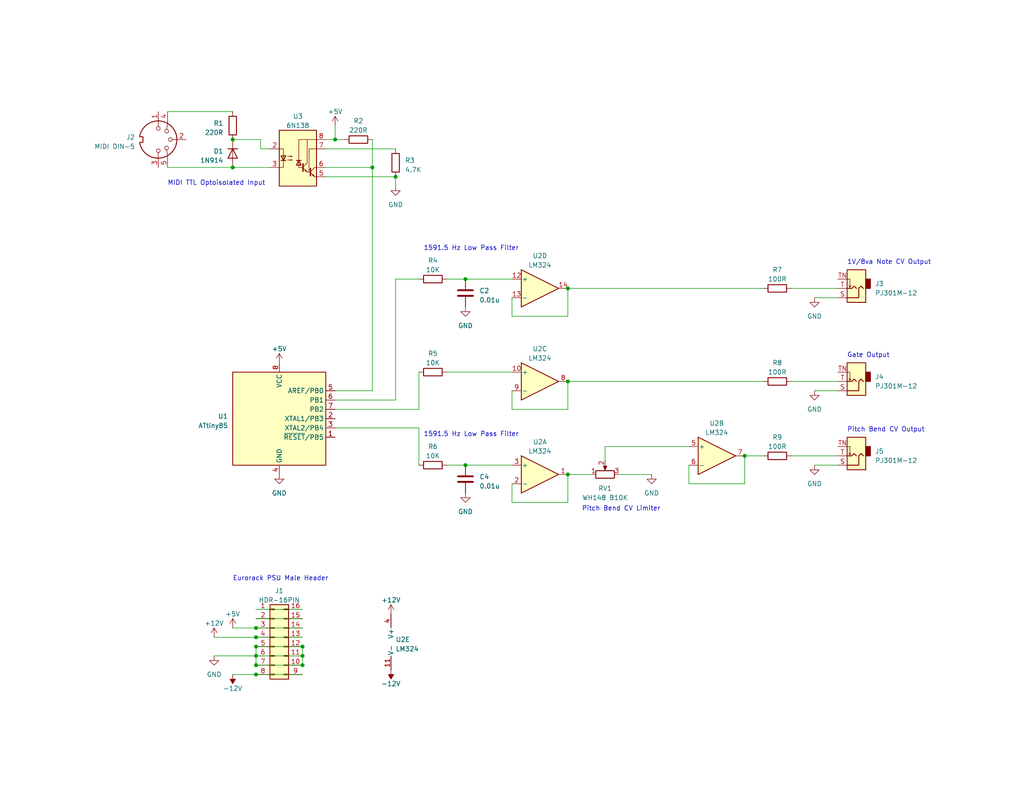
<source format=kicad_sch>
(kicad_sch (version 20230121) (generator eeschema)

  (uuid a2e7f5a5-4bf0-4de9-9dc9-ea0424afec75)

  (paper "USLetter")

  (title_block
    (title "goMIDI2CV")
    (date "2023-12-23")
    (rev "3")
    (company "Aether Soundlab")
    (comment 1 "Author: Beau Sterling")
  )

  (lib_symbols
    (symbol "Amplifier_Operational:LM324" (pin_names (offset 0.127)) (in_bom yes) (on_board yes)
      (property "Reference" "U" (at 0 5.08 0)
        (effects (font (size 1.27 1.27)) (justify left))
      )
      (property "Value" "LM324" (at 0 -5.08 0)
        (effects (font (size 1.27 1.27)) (justify left))
      )
      (property "Footprint" "" (at -1.27 2.54 0)
        (effects (font (size 1.27 1.27)) hide)
      )
      (property "Datasheet" "http://www.ti.com/lit/ds/symlink/lm2902-n.pdf" (at 1.27 5.08 0)
        (effects (font (size 1.27 1.27)) hide)
      )
      (property "ki_locked" "" (at 0 0 0)
        (effects (font (size 1.27 1.27)))
      )
      (property "ki_keywords" "quad opamp" (at 0 0 0)
        (effects (font (size 1.27 1.27)) hide)
      )
      (property "ki_description" "Low-Power, Quad-Operational Amplifiers, DIP-14/SOIC-14/SSOP-14" (at 0 0 0)
        (effects (font (size 1.27 1.27)) hide)
      )
      (property "ki_fp_filters" "SOIC*3.9x8.7mm*P1.27mm* DIP*W7.62mm* TSSOP*4.4x5mm*P0.65mm* SSOP*5.3x6.2mm*P0.65mm* MSOP*3x3mm*P0.5mm*" (at 0 0 0)
        (effects (font (size 1.27 1.27)) hide)
      )
      (symbol "LM324_1_1"
        (polyline
          (pts
            (xy -5.08 5.08)
            (xy 5.08 0)
            (xy -5.08 -5.08)
            (xy -5.08 5.08)
          )
          (stroke (width 0.254) (type default))
          (fill (type background))
        )
        (pin output line (at 7.62 0 180) (length 2.54)
          (name "~" (effects (font (size 1.27 1.27))))
          (number "1" (effects (font (size 1.27 1.27))))
        )
        (pin input line (at -7.62 -2.54 0) (length 2.54)
          (name "-" (effects (font (size 1.27 1.27))))
          (number "2" (effects (font (size 1.27 1.27))))
        )
        (pin input line (at -7.62 2.54 0) (length 2.54)
          (name "+" (effects (font (size 1.27 1.27))))
          (number "3" (effects (font (size 1.27 1.27))))
        )
      )
      (symbol "LM324_2_1"
        (polyline
          (pts
            (xy -5.08 5.08)
            (xy 5.08 0)
            (xy -5.08 -5.08)
            (xy -5.08 5.08)
          )
          (stroke (width 0.254) (type default))
          (fill (type background))
        )
        (pin input line (at -7.62 2.54 0) (length 2.54)
          (name "+" (effects (font (size 1.27 1.27))))
          (number "5" (effects (font (size 1.27 1.27))))
        )
        (pin input line (at -7.62 -2.54 0) (length 2.54)
          (name "-" (effects (font (size 1.27 1.27))))
          (number "6" (effects (font (size 1.27 1.27))))
        )
        (pin output line (at 7.62 0 180) (length 2.54)
          (name "~" (effects (font (size 1.27 1.27))))
          (number "7" (effects (font (size 1.27 1.27))))
        )
      )
      (symbol "LM324_3_1"
        (polyline
          (pts
            (xy -5.08 5.08)
            (xy 5.08 0)
            (xy -5.08 -5.08)
            (xy -5.08 5.08)
          )
          (stroke (width 0.254) (type default))
          (fill (type background))
        )
        (pin input line (at -7.62 2.54 0) (length 2.54)
          (name "+" (effects (font (size 1.27 1.27))))
          (number "10" (effects (font (size 1.27 1.27))))
        )
        (pin output line (at 7.62 0 180) (length 2.54)
          (name "~" (effects (font (size 1.27 1.27))))
          (number "8" (effects (font (size 1.27 1.27))))
        )
        (pin input line (at -7.62 -2.54 0) (length 2.54)
          (name "-" (effects (font (size 1.27 1.27))))
          (number "9" (effects (font (size 1.27 1.27))))
        )
      )
      (symbol "LM324_4_1"
        (polyline
          (pts
            (xy -5.08 5.08)
            (xy 5.08 0)
            (xy -5.08 -5.08)
            (xy -5.08 5.08)
          )
          (stroke (width 0.254) (type default))
          (fill (type background))
        )
        (pin input line (at -7.62 2.54 0) (length 2.54)
          (name "+" (effects (font (size 1.27 1.27))))
          (number "12" (effects (font (size 1.27 1.27))))
        )
        (pin input line (at -7.62 -2.54 0) (length 2.54)
          (name "-" (effects (font (size 1.27 1.27))))
          (number "13" (effects (font (size 1.27 1.27))))
        )
        (pin output line (at 7.62 0 180) (length 2.54)
          (name "~" (effects (font (size 1.27 1.27))))
          (number "14" (effects (font (size 1.27 1.27))))
        )
      )
      (symbol "LM324_5_1"
        (pin power_in line (at -2.54 -7.62 90) (length 3.81)
          (name "V-" (effects (font (size 1.27 1.27))))
          (number "11" (effects (font (size 1.27 1.27))))
        )
        (pin power_in line (at -2.54 7.62 270) (length 3.81)
          (name "V+" (effects (font (size 1.27 1.27))))
          (number "4" (effects (font (size 1.27 1.27))))
        )
      )
    )
    (symbol "Connector:DIN-5_180degree" (pin_names (offset 1.016)) (in_bom yes) (on_board yes)
      (property "Reference" "J" (at 3.175 5.715 0)
        (effects (font (size 1.27 1.27)))
      )
      (property "Value" "DIN-5_180degree" (at 0 -6.35 0)
        (effects (font (size 1.27 1.27)))
      )
      (property "Footprint" "" (at 0 0 0)
        (effects (font (size 1.27 1.27)) hide)
      )
      (property "Datasheet" "http://www.mouser.com/ds/2/18/40_c091_abd_e-75918.pdf" (at 0 0 0)
        (effects (font (size 1.27 1.27)) hide)
      )
      (property "ki_keywords" "circular DIN connector stereo audio" (at 0 0 0)
        (effects (font (size 1.27 1.27)) hide)
      )
      (property "ki_description" "5-pin DIN connector (5-pin DIN-5 stereo)" (at 0 0 0)
        (effects (font (size 1.27 1.27)) hide)
      )
      (property "ki_fp_filters" "DIN*" (at 0 0 0)
        (effects (font (size 1.27 1.27)) hide)
      )
      (symbol "DIN-5_180degree_0_1"
        (arc (start -5.08 0) (mid -3.8609 -3.3364) (end -0.762 -5.08)
          (stroke (width 0.254) (type default))
          (fill (type none))
        )
        (circle (center -3.048 0) (radius 0.508)
          (stroke (width 0) (type default))
          (fill (type none))
        )
        (circle (center -2.286 2.286) (radius 0.508)
          (stroke (width 0) (type default))
          (fill (type none))
        )
        (polyline
          (pts
            (xy -5.08 0)
            (xy -3.556 0)
          )
          (stroke (width 0) (type default))
          (fill (type none))
        )
        (polyline
          (pts
            (xy 0 5.08)
            (xy 0 3.81)
          )
          (stroke (width 0) (type default))
          (fill (type none))
        )
        (polyline
          (pts
            (xy 5.08 0)
            (xy 3.556 0)
          )
          (stroke (width 0) (type default))
          (fill (type none))
        )
        (polyline
          (pts
            (xy -5.08 2.54)
            (xy -4.318 2.54)
            (xy -2.794 2.286)
          )
          (stroke (width 0) (type default))
          (fill (type none))
        )
        (polyline
          (pts
            (xy 5.08 2.54)
            (xy 4.318 2.54)
            (xy 2.794 2.286)
          )
          (stroke (width 0) (type default))
          (fill (type none))
        )
        (polyline
          (pts
            (xy -0.762 -4.953)
            (xy -0.762 -4.191)
            (xy 0.762 -4.191)
            (xy 0.762 -4.953)
          )
          (stroke (width 0.254) (type default))
          (fill (type none))
        )
        (circle (center 0 3.302) (radius 0.508)
          (stroke (width 0) (type default))
          (fill (type none))
        )
        (arc (start 0.762 -5.08) (mid 3.8685 -3.343) (end 5.08 0)
          (stroke (width 0.254) (type default))
          (fill (type none))
        )
        (circle (center 2.286 2.286) (radius 0.508)
          (stroke (width 0) (type default))
          (fill (type none))
        )
        (circle (center 3.048 0) (radius 0.508)
          (stroke (width 0) (type default))
          (fill (type none))
        )
        (arc (start 5.08 0) (mid 0 5.0579) (end -5.08 0)
          (stroke (width 0.254) (type default))
          (fill (type none))
        )
      )
      (symbol "DIN-5_180degree_1_1"
        (pin passive line (at -7.62 0 0) (length 2.54)
          (name "~" (effects (font (size 1.27 1.27))))
          (number "1" (effects (font (size 1.27 1.27))))
        )
        (pin passive line (at 0 7.62 270) (length 2.54)
          (name "~" (effects (font (size 1.27 1.27))))
          (number "2" (effects (font (size 1.27 1.27))))
        )
        (pin passive line (at 7.62 0 180) (length 2.54)
          (name "~" (effects (font (size 1.27 1.27))))
          (number "3" (effects (font (size 1.27 1.27))))
        )
        (pin passive line (at -7.62 2.54 0) (length 2.54)
          (name "~" (effects (font (size 1.27 1.27))))
          (number "4" (effects (font (size 1.27 1.27))))
        )
        (pin passive line (at 7.62 2.54 180) (length 2.54)
          (name "~" (effects (font (size 1.27 1.27))))
          (number "5" (effects (font (size 1.27 1.27))))
        )
      )
    )
    (symbol "Connector_Audio:AudioJack2_SwitchT" (in_bom yes) (on_board yes)
      (property "Reference" "J" (at 0 8.89 0)
        (effects (font (size 1.27 1.27)))
      )
      (property "Value" "AudioJack2_SwitchT" (at 0 6.35 0)
        (effects (font (size 1.27 1.27)))
      )
      (property "Footprint" "" (at 0 0 0)
        (effects (font (size 1.27 1.27)) hide)
      )
      (property "Datasheet" "~" (at 0 0 0)
        (effects (font (size 1.27 1.27)) hide)
      )
      (property "ki_keywords" "audio jack receptacle mono headphones phone TS connector" (at 0 0 0)
        (effects (font (size 1.27 1.27)) hide)
      )
      (property "ki_description" "Audio Jack, 2 Poles (Mono / TS), Switched T Pole (Normalling)" (at 0 0 0)
        (effects (font (size 1.27 1.27)) hide)
      )
      (property "ki_fp_filters" "Jack*" (at 0 0 0)
        (effects (font (size 1.27 1.27)) hide)
      )
      (symbol "AudioJack2_SwitchT_0_1"
        (rectangle (start -2.54 0) (end -3.81 -2.54)
          (stroke (width 0.254) (type default))
          (fill (type outline))
        )
        (polyline
          (pts
            (xy 1.778 -0.254)
            (xy 2.032 -0.762)
          )
          (stroke (width 0) (type default))
          (fill (type none))
        )
        (polyline
          (pts
            (xy 0 0)
            (xy 0.635 -0.635)
            (xy 1.27 0)
            (xy 2.54 0)
          )
          (stroke (width 0.254) (type default))
          (fill (type none))
        )
        (polyline
          (pts
            (xy 2.54 -2.54)
            (xy 1.778 -2.54)
            (xy 1.778 -0.254)
            (xy 1.524 -0.762)
          )
          (stroke (width 0) (type default))
          (fill (type none))
        )
        (polyline
          (pts
            (xy 2.54 2.54)
            (xy -0.635 2.54)
            (xy -0.635 0)
            (xy -1.27 -0.635)
            (xy -1.905 0)
          )
          (stroke (width 0.254) (type default))
          (fill (type none))
        )
        (rectangle (start 2.54 3.81) (end -2.54 -5.08)
          (stroke (width 0.254) (type default))
          (fill (type background))
        )
      )
      (symbol "AudioJack2_SwitchT_1_1"
        (pin passive line (at 5.08 2.54 180) (length 2.54)
          (name "~" (effects (font (size 1.27 1.27))))
          (number "S" (effects (font (size 1.27 1.27))))
        )
        (pin passive line (at 5.08 0 180) (length 2.54)
          (name "~" (effects (font (size 1.27 1.27))))
          (number "T" (effects (font (size 1.27 1.27))))
        )
        (pin passive line (at 5.08 -2.54 180) (length 2.54)
          (name "~" (effects (font (size 1.27 1.27))))
          (number "TN" (effects (font (size 1.27 1.27))))
        )
      )
    )
    (symbol "Connector_Generic:Conn_02x08_Counter_Clockwise" (pin_names (offset 1.016) hide) (in_bom yes) (on_board yes)
      (property "Reference" "J" (at 1.27 10.16 0)
        (effects (font (size 1.27 1.27)))
      )
      (property "Value" "Conn_02x08_Counter_Clockwise" (at 1.27 -12.7 0)
        (effects (font (size 1.27 1.27)))
      )
      (property "Footprint" "" (at 0 0 0)
        (effects (font (size 1.27 1.27)) hide)
      )
      (property "Datasheet" "~" (at 0 0 0)
        (effects (font (size 1.27 1.27)) hide)
      )
      (property "ki_keywords" "connector" (at 0 0 0)
        (effects (font (size 1.27 1.27)) hide)
      )
      (property "ki_description" "Generic connector, double row, 02x08, counter clockwise pin numbering scheme (similar to DIP package numbering), script generated (kicad-library-utils/schlib/autogen/connector/)" (at 0 0 0)
        (effects (font (size 1.27 1.27)) hide)
      )
      (property "ki_fp_filters" "Connector*:*_2x??_*" (at 0 0 0)
        (effects (font (size 1.27 1.27)) hide)
      )
      (symbol "Conn_02x08_Counter_Clockwise_1_1"
        (rectangle (start -1.27 -10.033) (end 0 -10.287)
          (stroke (width 0.1524) (type default))
          (fill (type none))
        )
        (rectangle (start -1.27 -7.493) (end 0 -7.747)
          (stroke (width 0.1524) (type default))
          (fill (type none))
        )
        (rectangle (start -1.27 -4.953) (end 0 -5.207)
          (stroke (width 0.1524) (type default))
          (fill (type none))
        )
        (rectangle (start -1.27 -2.413) (end 0 -2.667)
          (stroke (width 0.1524) (type default))
          (fill (type none))
        )
        (rectangle (start -1.27 0.127) (end 0 -0.127)
          (stroke (width 0.1524) (type default))
          (fill (type none))
        )
        (rectangle (start -1.27 2.667) (end 0 2.413)
          (stroke (width 0.1524) (type default))
          (fill (type none))
        )
        (rectangle (start -1.27 5.207) (end 0 4.953)
          (stroke (width 0.1524) (type default))
          (fill (type none))
        )
        (rectangle (start -1.27 7.747) (end 0 7.493)
          (stroke (width 0.1524) (type default))
          (fill (type none))
        )
        (rectangle (start -1.27 8.89) (end 3.81 -11.43)
          (stroke (width 0.254) (type default))
          (fill (type background))
        )
        (rectangle (start 3.81 -10.033) (end 2.54 -10.287)
          (stroke (width 0.1524) (type default))
          (fill (type none))
        )
        (rectangle (start 3.81 -7.493) (end 2.54 -7.747)
          (stroke (width 0.1524) (type default))
          (fill (type none))
        )
        (rectangle (start 3.81 -4.953) (end 2.54 -5.207)
          (stroke (width 0.1524) (type default))
          (fill (type none))
        )
        (rectangle (start 3.81 -2.413) (end 2.54 -2.667)
          (stroke (width 0.1524) (type default))
          (fill (type none))
        )
        (rectangle (start 3.81 0.127) (end 2.54 -0.127)
          (stroke (width 0.1524) (type default))
          (fill (type none))
        )
        (rectangle (start 3.81 2.667) (end 2.54 2.413)
          (stroke (width 0.1524) (type default))
          (fill (type none))
        )
        (rectangle (start 3.81 5.207) (end 2.54 4.953)
          (stroke (width 0.1524) (type default))
          (fill (type none))
        )
        (rectangle (start 3.81 7.747) (end 2.54 7.493)
          (stroke (width 0.1524) (type default))
          (fill (type none))
        )
        (pin passive line (at -5.08 7.62 0) (length 3.81)
          (name "Pin_1" (effects (font (size 1.27 1.27))))
          (number "1" (effects (font (size 1.27 1.27))))
        )
        (pin passive line (at 7.62 -7.62 180) (length 3.81)
          (name "Pin_10" (effects (font (size 1.27 1.27))))
          (number "10" (effects (font (size 1.27 1.27))))
        )
        (pin passive line (at 7.62 -5.08 180) (length 3.81)
          (name "Pin_11" (effects (font (size 1.27 1.27))))
          (number "11" (effects (font (size 1.27 1.27))))
        )
        (pin passive line (at 7.62 -2.54 180) (length 3.81)
          (name "Pin_12" (effects (font (size 1.27 1.27))))
          (number "12" (effects (font (size 1.27 1.27))))
        )
        (pin passive line (at 7.62 0 180) (length 3.81)
          (name "Pin_13" (effects (font (size 1.27 1.27))))
          (number "13" (effects (font (size 1.27 1.27))))
        )
        (pin passive line (at 7.62 2.54 180) (length 3.81)
          (name "Pin_14" (effects (font (size 1.27 1.27))))
          (number "14" (effects (font (size 1.27 1.27))))
        )
        (pin passive line (at 7.62 5.08 180) (length 3.81)
          (name "Pin_15" (effects (font (size 1.27 1.27))))
          (number "15" (effects (font (size 1.27 1.27))))
        )
        (pin passive line (at 7.62 7.62 180) (length 3.81)
          (name "Pin_16" (effects (font (size 1.27 1.27))))
          (number "16" (effects (font (size 1.27 1.27))))
        )
        (pin passive line (at -5.08 5.08 0) (length 3.81)
          (name "Pin_2" (effects (font (size 1.27 1.27))))
          (number "2" (effects (font (size 1.27 1.27))))
        )
        (pin passive line (at -5.08 2.54 0) (length 3.81)
          (name "Pin_3" (effects (font (size 1.27 1.27))))
          (number "3" (effects (font (size 1.27 1.27))))
        )
        (pin passive line (at -5.08 0 0) (length 3.81)
          (name "Pin_4" (effects (font (size 1.27 1.27))))
          (number "4" (effects (font (size 1.27 1.27))))
        )
        (pin passive line (at -5.08 -2.54 0) (length 3.81)
          (name "Pin_5" (effects (font (size 1.27 1.27))))
          (number "5" (effects (font (size 1.27 1.27))))
        )
        (pin passive line (at -5.08 -5.08 0) (length 3.81)
          (name "Pin_6" (effects (font (size 1.27 1.27))))
          (number "6" (effects (font (size 1.27 1.27))))
        )
        (pin passive line (at -5.08 -7.62 0) (length 3.81)
          (name "Pin_7" (effects (font (size 1.27 1.27))))
          (number "7" (effects (font (size 1.27 1.27))))
        )
        (pin passive line (at -5.08 -10.16 0) (length 3.81)
          (name "Pin_8" (effects (font (size 1.27 1.27))))
          (number "8" (effects (font (size 1.27 1.27))))
        )
        (pin passive line (at 7.62 -10.16 180) (length 3.81)
          (name "Pin_9" (effects (font (size 1.27 1.27))))
          (number "9" (effects (font (size 1.27 1.27))))
        )
      )
    )
    (symbol "Device:C" (pin_numbers hide) (pin_names (offset 0.254)) (in_bom yes) (on_board yes)
      (property "Reference" "C" (at 0.635 2.54 0)
        (effects (font (size 1.27 1.27)) (justify left))
      )
      (property "Value" "C" (at 0.635 -2.54 0)
        (effects (font (size 1.27 1.27)) (justify left))
      )
      (property "Footprint" "" (at 0.9652 -3.81 0)
        (effects (font (size 1.27 1.27)) hide)
      )
      (property "Datasheet" "~" (at 0 0 0)
        (effects (font (size 1.27 1.27)) hide)
      )
      (property "ki_keywords" "cap capacitor" (at 0 0 0)
        (effects (font (size 1.27 1.27)) hide)
      )
      (property "ki_description" "Unpolarized capacitor" (at 0 0 0)
        (effects (font (size 1.27 1.27)) hide)
      )
      (property "ki_fp_filters" "C_*" (at 0 0 0)
        (effects (font (size 1.27 1.27)) hide)
      )
      (symbol "C_0_1"
        (polyline
          (pts
            (xy -2.032 -0.762)
            (xy 2.032 -0.762)
          )
          (stroke (width 0.508) (type default))
          (fill (type none))
        )
        (polyline
          (pts
            (xy -2.032 0.762)
            (xy 2.032 0.762)
          )
          (stroke (width 0.508) (type default))
          (fill (type none))
        )
      )
      (symbol "C_1_1"
        (pin passive line (at 0 3.81 270) (length 2.794)
          (name "~" (effects (font (size 1.27 1.27))))
          (number "1" (effects (font (size 1.27 1.27))))
        )
        (pin passive line (at 0 -3.81 90) (length 2.794)
          (name "~" (effects (font (size 1.27 1.27))))
          (number "2" (effects (font (size 1.27 1.27))))
        )
      )
    )
    (symbol "Device:R" (pin_numbers hide) (pin_names (offset 0)) (in_bom yes) (on_board yes)
      (property "Reference" "R" (at 2.032 0 90)
        (effects (font (size 1.27 1.27)))
      )
      (property "Value" "R" (at 0 0 90)
        (effects (font (size 1.27 1.27)))
      )
      (property "Footprint" "" (at -1.778 0 90)
        (effects (font (size 1.27 1.27)) hide)
      )
      (property "Datasheet" "~" (at 0 0 0)
        (effects (font (size 1.27 1.27)) hide)
      )
      (property "ki_keywords" "R res resistor" (at 0 0 0)
        (effects (font (size 1.27 1.27)) hide)
      )
      (property "ki_description" "Resistor" (at 0 0 0)
        (effects (font (size 1.27 1.27)) hide)
      )
      (property "ki_fp_filters" "R_*" (at 0 0 0)
        (effects (font (size 1.27 1.27)) hide)
      )
      (symbol "R_0_1"
        (rectangle (start -1.016 -2.54) (end 1.016 2.54)
          (stroke (width 0.254) (type default))
          (fill (type none))
        )
      )
      (symbol "R_1_1"
        (pin passive line (at 0 3.81 270) (length 1.27)
          (name "~" (effects (font (size 1.27 1.27))))
          (number "1" (effects (font (size 1.27 1.27))))
        )
        (pin passive line (at 0 -3.81 90) (length 1.27)
          (name "~" (effects (font (size 1.27 1.27))))
          (number "2" (effects (font (size 1.27 1.27))))
        )
      )
    )
    (symbol "Device:R_Potentiometer" (pin_names (offset 1.016) hide) (in_bom yes) (on_board yes)
      (property "Reference" "RV" (at -4.445 0 90)
        (effects (font (size 1.27 1.27)))
      )
      (property "Value" "R_Potentiometer" (at -2.54 0 90)
        (effects (font (size 1.27 1.27)))
      )
      (property "Footprint" "" (at 0 0 0)
        (effects (font (size 1.27 1.27)) hide)
      )
      (property "Datasheet" "~" (at 0 0 0)
        (effects (font (size 1.27 1.27)) hide)
      )
      (property "ki_keywords" "resistor variable" (at 0 0 0)
        (effects (font (size 1.27 1.27)) hide)
      )
      (property "ki_description" "Potentiometer" (at 0 0 0)
        (effects (font (size 1.27 1.27)) hide)
      )
      (property "ki_fp_filters" "Potentiometer*" (at 0 0 0)
        (effects (font (size 1.27 1.27)) hide)
      )
      (symbol "R_Potentiometer_0_1"
        (polyline
          (pts
            (xy 2.54 0)
            (xy 1.524 0)
          )
          (stroke (width 0) (type default))
          (fill (type none))
        )
        (polyline
          (pts
            (xy 1.143 0)
            (xy 2.286 0.508)
            (xy 2.286 -0.508)
            (xy 1.143 0)
          )
          (stroke (width 0) (type default))
          (fill (type outline))
        )
        (rectangle (start 1.016 2.54) (end -1.016 -2.54)
          (stroke (width 0.254) (type default))
          (fill (type none))
        )
      )
      (symbol "R_Potentiometer_1_1"
        (pin passive line (at 0 3.81 270) (length 1.27)
          (name "1" (effects (font (size 1.27 1.27))))
          (number "1" (effects (font (size 1.27 1.27))))
        )
        (pin passive line (at 3.81 0 180) (length 1.27)
          (name "2" (effects (font (size 1.27 1.27))))
          (number "2" (effects (font (size 1.27 1.27))))
        )
        (pin passive line (at 0 -3.81 90) (length 1.27)
          (name "3" (effects (font (size 1.27 1.27))))
          (number "3" (effects (font (size 1.27 1.27))))
        )
      )
    )
    (symbol "Diode:1N914" (pin_numbers hide) (pin_names hide) (in_bom yes) (on_board yes)
      (property "Reference" "D" (at 0 2.54 0)
        (effects (font (size 1.27 1.27)))
      )
      (property "Value" "1N914" (at 0 -2.54 0)
        (effects (font (size 1.27 1.27)))
      )
      (property "Footprint" "Diode_THT:D_DO-35_SOD27_P7.62mm_Horizontal" (at 0 -4.445 0)
        (effects (font (size 1.27 1.27)) hide)
      )
      (property "Datasheet" "http://www.vishay.com/docs/85622/1n914.pdf" (at 0 0 0)
        (effects (font (size 1.27 1.27)) hide)
      )
      (property "Sim.Device" "D" (at 0 0 0)
        (effects (font (size 1.27 1.27)) hide)
      )
      (property "Sim.Pins" "1=K 2=A" (at 0 0 0)
        (effects (font (size 1.27 1.27)) hide)
      )
      (property "ki_keywords" "diode" (at 0 0 0)
        (effects (font (size 1.27 1.27)) hide)
      )
      (property "ki_description" "100V 0.3A Small Signal Fast Switching Diode, DO-35" (at 0 0 0)
        (effects (font (size 1.27 1.27)) hide)
      )
      (property "ki_fp_filters" "D*DO?35*" (at 0 0 0)
        (effects (font (size 1.27 1.27)) hide)
      )
      (symbol "1N914_0_1"
        (polyline
          (pts
            (xy -1.27 1.27)
            (xy -1.27 -1.27)
          )
          (stroke (width 0.254) (type default))
          (fill (type none))
        )
        (polyline
          (pts
            (xy 1.27 0)
            (xy -1.27 0)
          )
          (stroke (width 0) (type default))
          (fill (type none))
        )
        (polyline
          (pts
            (xy 1.27 1.27)
            (xy 1.27 -1.27)
            (xy -1.27 0)
            (xy 1.27 1.27)
          )
          (stroke (width 0.254) (type default))
          (fill (type none))
        )
      )
      (symbol "1N914_1_1"
        (pin passive line (at -3.81 0 0) (length 2.54)
          (name "K" (effects (font (size 1.27 1.27))))
          (number "1" (effects (font (size 1.27 1.27))))
        )
        (pin passive line (at 3.81 0 180) (length 2.54)
          (name "A" (effects (font (size 1.27 1.27))))
          (number "2" (effects (font (size 1.27 1.27))))
        )
      )
    )
    (symbol "Isolator:6N138" (pin_names (offset 1.016) hide) (in_bom yes) (on_board yes)
      (property "Reference" "U" (at -4.064 8.89 0)
        (effects (font (size 1.27 1.27)))
      )
      (property "Value" "6N138" (at 2.286 8.89 0)
        (effects (font (size 1.27 1.27)))
      )
      (property "Footprint" "" (at 7.366 -7.62 0)
        (effects (font (size 1.27 1.27)) hide)
      )
      (property "Datasheet" "http://www.onsemi.com/pub/Collateral/HCPL2731-D.pdf" (at 7.366 -7.62 0)
        (effects (font (size 1.27 1.27)) hide)
      )
      (property "ki_keywords" "darlington optocoupler" (at 0 0 0)
        (effects (font (size 1.27 1.27)) hide)
      )
      (property "ki_description" "Low Input Current high Gain Split Darlington Optocouplers, -0.5V to 7V VDD, DIP-8" (at 0 0 0)
        (effects (font (size 1.27 1.27)) hide)
      )
      (property "ki_fp_filters" "DIP*W7.62mm* SMDIP*W9.53mm*" (at 0 0 0)
        (effects (font (size 1.27 1.27)) hide)
      )
      (symbol "6N138_0_1"
        (rectangle (start -5.08 7.62) (end 5.08 -7.62)
          (stroke (width 0.254) (type default))
          (fill (type background))
        )
        (polyline
          (pts
            (xy -4.572 -0.635)
            (xy -3.302 -0.635)
          )
          (stroke (width 0.254) (type default))
          (fill (type none))
        )
        (polyline
          (pts
            (xy 0.889 -0.635)
            (xy -0.381 -0.635)
          )
          (stroke (width 0.254) (type default))
          (fill (type none))
        )
        (polyline
          (pts
            (xy 1.397 -2.667)
            (xy 2.54 -3.81)
          )
          (stroke (width 0) (type default))
          (fill (type none))
        )
        (polyline
          (pts
            (xy 1.397 -2.413)
            (xy 2.54 -1.27)
          )
          (stroke (width 0) (type default))
          (fill (type none))
        )
        (polyline
          (pts
            (xy 2.54 -3.81)
            (xy 3.175 -3.81)
          )
          (stroke (width 0) (type default))
          (fill (type none))
        )
        (polyline
          (pts
            (xy 3.429 -3.937)
            (xy 4.572 -5.08)
          )
          (stroke (width 0) (type default))
          (fill (type none))
        )
        (polyline
          (pts
            (xy 3.429 -3.683)
            (xy 4.572 -2.54)
          )
          (stroke (width 0) (type default))
          (fill (type none))
        )
        (polyline
          (pts
            (xy 4.572 -5.08)
            (xy 5.08 -5.08)
          )
          (stroke (width 0) (type default))
          (fill (type none))
        )
        (polyline
          (pts
            (xy 4.572 -2.54)
            (xy 5.08 -2.54)
          )
          (stroke (width 0) (type default))
          (fill (type none))
        )
        (polyline
          (pts
            (xy 1.397 -1.524)
            (xy 1.397 -3.556)
            (xy 1.397 -3.556)
          )
          (stroke (width 0.3556) (type default))
          (fill (type none))
        )
        (polyline
          (pts
            (xy 2.54 -1.27)
            (xy 2.54 5.08)
            (xy 5.08 5.08)
          )
          (stroke (width 0) (type default))
          (fill (type none))
        )
        (polyline
          (pts
            (xy 3.429 -2.794)
            (xy 3.429 -4.826)
            (xy 3.429 -4.826)
          )
          (stroke (width 0.3556) (type default))
          (fill (type none))
        )
        (polyline
          (pts
            (xy 5.08 2.54)
            (xy 3.048 2.54)
            (xy 3.048 -3.81)
          )
          (stroke (width 0) (type default))
          (fill (type none))
        )
        (polyline
          (pts
            (xy -5.08 -2.54)
            (xy -3.937 -2.54)
            (xy -3.937 2.54)
            (xy -5.08 2.54)
          )
          (stroke (width 0) (type default))
          (fill (type none))
        )
        (polyline
          (pts
            (xy -3.937 -0.635)
            (xy -4.572 0.635)
            (xy -3.302 0.635)
            (xy -3.937 -0.635)
          )
          (stroke (width 0.254) (type default))
          (fill (type none))
        )
        (polyline
          (pts
            (xy 0.254 -0.635)
            (xy 0.889 -1.905)
            (xy -0.381 -1.905)
            (xy 0.254 -0.635)
          )
          (stroke (width 0.254) (type default))
          (fill (type none))
        )
        (polyline
          (pts
            (xy 1.27 -2.54)
            (xy 0.254 -2.54)
            (xy 0.254 5.08)
            (xy 2.54 5.08)
          )
          (stroke (width 0) (type default))
          (fill (type none))
        )
        (polyline
          (pts
            (xy 2.413 -3.683)
            (xy 2.159 -3.175)
            (xy 1.905 -3.429)
            (xy 2.413 -3.683)
          )
          (stroke (width 0) (type default))
          (fill (type none))
        )
        (polyline
          (pts
            (xy 4.445 -4.953)
            (xy 4.191 -4.445)
            (xy 3.937 -4.699)
            (xy 4.445 -4.953)
          )
          (stroke (width 0) (type default))
          (fill (type none))
        )
        (polyline
          (pts
            (xy -2.794 -0.508)
            (xy -1.524 -0.508)
            (xy -1.905 -0.635)
            (xy -1.905 -0.381)
            (xy -1.524 -0.508)
          )
          (stroke (width 0) (type default))
          (fill (type none))
        )
        (polyline
          (pts
            (xy -2.794 0.508)
            (xy -1.524 0.508)
            (xy -1.905 0.381)
            (xy -1.905 0.635)
            (xy -1.524 0.508)
          )
          (stroke (width 0) (type default))
          (fill (type none))
        )
      )
      (symbol "6N138_1_1"
        (pin no_connect line (at -5.08 5.08 0) (length 2.54) hide
          (name "NC" (effects (font (size 1.27 1.27))))
          (number "1" (effects (font (size 1.27 1.27))))
        )
        (pin passive line (at -7.62 2.54 0) (length 2.54)
          (name "C1" (effects (font (size 1.27 1.27))))
          (number "2" (effects (font (size 1.27 1.27))))
        )
        (pin passive line (at -7.62 -2.54 0) (length 2.54)
          (name "C2" (effects (font (size 1.27 1.27))))
          (number "3" (effects (font (size 1.27 1.27))))
        )
        (pin no_connect line (at -5.08 -5.08 0) (length 2.54) hide
          (name "NC" (effects (font (size 1.27 1.27))))
          (number "4" (effects (font (size 1.27 1.27))))
        )
        (pin passive line (at 7.62 -5.08 180) (length 2.54)
          (name "GND" (effects (font (size 1.27 1.27))))
          (number "5" (effects (font (size 1.27 1.27))))
        )
        (pin passive line (at 7.62 -2.54 180) (length 2.54)
          (name "VO2" (effects (font (size 1.27 1.27))))
          (number "6" (effects (font (size 1.27 1.27))))
        )
        (pin passive line (at 7.62 2.54 180) (length 2.54)
          (name "VO1" (effects (font (size 1.27 1.27))))
          (number "7" (effects (font (size 1.27 1.27))))
        )
        (pin passive line (at 7.62 5.08 180) (length 2.54)
          (name "VCC" (effects (font (size 1.27 1.27))))
          (number "8" (effects (font (size 1.27 1.27))))
        )
      )
    )
    (symbol "MCU_Microchip_ATtiny:ATtiny85-20P" (in_bom yes) (on_board yes)
      (property "Reference" "U" (at -12.7 13.97 0)
        (effects (font (size 1.27 1.27)) (justify left bottom))
      )
      (property "Value" "ATtiny85-20P" (at 2.54 -13.97 0)
        (effects (font (size 1.27 1.27)) (justify left top))
      )
      (property "Footprint" "Package_DIP:DIP-8_W7.62mm" (at 0 0 0)
        (effects (font (size 1.27 1.27) italic) hide)
      )
      (property "Datasheet" "http://ww1.microchip.com/downloads/en/DeviceDoc/atmel-2586-avr-8-bit-microcontroller-attiny25-attiny45-attiny85_datasheet.pdf" (at 0 0 0)
        (effects (font (size 1.27 1.27)) hide)
      )
      (property "ki_keywords" "AVR 8bit Microcontroller tinyAVR" (at 0 0 0)
        (effects (font (size 1.27 1.27)) hide)
      )
      (property "ki_description" "20MHz, 8kB Flash, 512B SRAM, 512B EEPROM, debugWIRE, DIP-8" (at 0 0 0)
        (effects (font (size 1.27 1.27)) hide)
      )
      (property "ki_fp_filters" "DIP*W7.62mm*" (at 0 0 0)
        (effects (font (size 1.27 1.27)) hide)
      )
      (symbol "ATtiny85-20P_0_1"
        (rectangle (start -12.7 -12.7) (end 12.7 12.7)
          (stroke (width 0.254) (type default))
          (fill (type background))
        )
      )
      (symbol "ATtiny85-20P_1_1"
        (pin bidirectional line (at 15.24 -5.08 180) (length 2.54)
          (name "~{RESET}/PB5" (effects (font (size 1.27 1.27))))
          (number "1" (effects (font (size 1.27 1.27))))
        )
        (pin bidirectional line (at 15.24 0 180) (length 2.54)
          (name "XTAL1/PB3" (effects (font (size 1.27 1.27))))
          (number "2" (effects (font (size 1.27 1.27))))
        )
        (pin bidirectional line (at 15.24 -2.54 180) (length 2.54)
          (name "XTAL2/PB4" (effects (font (size 1.27 1.27))))
          (number "3" (effects (font (size 1.27 1.27))))
        )
        (pin power_in line (at 0 -15.24 90) (length 2.54)
          (name "GND" (effects (font (size 1.27 1.27))))
          (number "4" (effects (font (size 1.27 1.27))))
        )
        (pin bidirectional line (at 15.24 7.62 180) (length 2.54)
          (name "AREF/PB0" (effects (font (size 1.27 1.27))))
          (number "5" (effects (font (size 1.27 1.27))))
        )
        (pin bidirectional line (at 15.24 5.08 180) (length 2.54)
          (name "PB1" (effects (font (size 1.27 1.27))))
          (number "6" (effects (font (size 1.27 1.27))))
        )
        (pin bidirectional line (at 15.24 2.54 180) (length 2.54)
          (name "PB2" (effects (font (size 1.27 1.27))))
          (number "7" (effects (font (size 1.27 1.27))))
        )
        (pin power_in line (at 0 15.24 270) (length 2.54)
          (name "VCC" (effects (font (size 1.27 1.27))))
          (number "8" (effects (font (size 1.27 1.27))))
        )
      )
    )
    (symbol "power:+12V" (power) (pin_names (offset 0)) (in_bom yes) (on_board yes)
      (property "Reference" "#PWR" (at 0 -3.81 0)
        (effects (font (size 1.27 1.27)) hide)
      )
      (property "Value" "+12V" (at 0 3.556 0)
        (effects (font (size 1.27 1.27)))
      )
      (property "Footprint" "" (at 0 0 0)
        (effects (font (size 1.27 1.27)) hide)
      )
      (property "Datasheet" "" (at 0 0 0)
        (effects (font (size 1.27 1.27)) hide)
      )
      (property "ki_keywords" "global power" (at 0 0 0)
        (effects (font (size 1.27 1.27)) hide)
      )
      (property "ki_description" "Power symbol creates a global label with name \"+12V\"" (at 0 0 0)
        (effects (font (size 1.27 1.27)) hide)
      )
      (symbol "+12V_0_1"
        (polyline
          (pts
            (xy -0.762 1.27)
            (xy 0 2.54)
          )
          (stroke (width 0) (type default))
          (fill (type none))
        )
        (polyline
          (pts
            (xy 0 0)
            (xy 0 2.54)
          )
          (stroke (width 0) (type default))
          (fill (type none))
        )
        (polyline
          (pts
            (xy 0 2.54)
            (xy 0.762 1.27)
          )
          (stroke (width 0) (type default))
          (fill (type none))
        )
      )
      (symbol "+12V_1_1"
        (pin power_in line (at 0 0 90) (length 0) hide
          (name "+12V" (effects (font (size 1.27 1.27))))
          (number "1" (effects (font (size 1.27 1.27))))
        )
      )
    )
    (symbol "power:+5V" (power) (pin_names (offset 0)) (in_bom yes) (on_board yes)
      (property "Reference" "#PWR" (at 0 -3.81 0)
        (effects (font (size 1.27 1.27)) hide)
      )
      (property "Value" "+5V" (at 0 3.556 0)
        (effects (font (size 1.27 1.27)))
      )
      (property "Footprint" "" (at 0 0 0)
        (effects (font (size 1.27 1.27)) hide)
      )
      (property "Datasheet" "" (at 0 0 0)
        (effects (font (size 1.27 1.27)) hide)
      )
      (property "ki_keywords" "global power" (at 0 0 0)
        (effects (font (size 1.27 1.27)) hide)
      )
      (property "ki_description" "Power symbol creates a global label with name \"+5V\"" (at 0 0 0)
        (effects (font (size 1.27 1.27)) hide)
      )
      (symbol "+5V_0_1"
        (polyline
          (pts
            (xy -0.762 1.27)
            (xy 0 2.54)
          )
          (stroke (width 0) (type default))
          (fill (type none))
        )
        (polyline
          (pts
            (xy 0 0)
            (xy 0 2.54)
          )
          (stroke (width 0) (type default))
          (fill (type none))
        )
        (polyline
          (pts
            (xy 0 2.54)
            (xy 0.762 1.27)
          )
          (stroke (width 0) (type default))
          (fill (type none))
        )
      )
      (symbol "+5V_1_1"
        (pin power_in line (at 0 0 90) (length 0) hide
          (name "+5V" (effects (font (size 1.27 1.27))))
          (number "1" (effects (font (size 1.27 1.27))))
        )
      )
    )
    (symbol "power:-12V" (power) (pin_names (offset 0)) (in_bom yes) (on_board yes)
      (property "Reference" "#PWR" (at 0 2.54 0)
        (effects (font (size 1.27 1.27)) hide)
      )
      (property "Value" "-12V" (at 0 3.81 0)
        (effects (font (size 1.27 1.27)))
      )
      (property "Footprint" "" (at 0 0 0)
        (effects (font (size 1.27 1.27)) hide)
      )
      (property "Datasheet" "" (at 0 0 0)
        (effects (font (size 1.27 1.27)) hide)
      )
      (property "ki_keywords" "global power" (at 0 0 0)
        (effects (font (size 1.27 1.27)) hide)
      )
      (property "ki_description" "Power symbol creates a global label with name \"-12V\"" (at 0 0 0)
        (effects (font (size 1.27 1.27)) hide)
      )
      (symbol "-12V_0_0"
        (pin power_in line (at 0 0 90) (length 0) hide
          (name "-12V" (effects (font (size 1.27 1.27))))
          (number "1" (effects (font (size 1.27 1.27))))
        )
      )
      (symbol "-12V_0_1"
        (polyline
          (pts
            (xy 0 0)
            (xy 0 1.27)
            (xy 0.762 1.27)
            (xy 0 2.54)
            (xy -0.762 1.27)
            (xy 0 1.27)
          )
          (stroke (width 0) (type default))
          (fill (type outline))
        )
      )
    )
    (symbol "power:GND" (power) (pin_names (offset 0)) (in_bom yes) (on_board yes)
      (property "Reference" "#PWR" (at 0 -6.35 0)
        (effects (font (size 1.27 1.27)) hide)
      )
      (property "Value" "GND" (at 0 -3.81 0)
        (effects (font (size 1.27 1.27)))
      )
      (property "Footprint" "" (at 0 0 0)
        (effects (font (size 1.27 1.27)) hide)
      )
      (property "Datasheet" "" (at 0 0 0)
        (effects (font (size 1.27 1.27)) hide)
      )
      (property "ki_keywords" "global power" (at 0 0 0)
        (effects (font (size 1.27 1.27)) hide)
      )
      (property "ki_description" "Power symbol creates a global label with name \"GND\" , ground" (at 0 0 0)
        (effects (font (size 1.27 1.27)) hide)
      )
      (symbol "GND_0_1"
        (polyline
          (pts
            (xy 0 0)
            (xy 0 -1.27)
            (xy 1.27 -1.27)
            (xy 0 -2.54)
            (xy -1.27 -1.27)
            (xy 0 -1.27)
          )
          (stroke (width 0) (type default))
          (fill (type none))
        )
      )
      (symbol "GND_1_1"
        (pin power_in line (at 0 0 270) (length 0) hide
          (name "GND" (effects (font (size 1.27 1.27))))
          (number "1" (effects (font (size 1.27 1.27))))
        )
      )
    )
  )

  (junction (at 127 127) (diameter 0) (color 0 0 0 0)
    (uuid 1e9f8a38-aab1-4739-b587-56d6839a78cc)
  )
  (junction (at 101.6 45.72) (diameter 0) (color 0 0 0 0)
    (uuid 2b17879c-f581-4f11-bdc5-53b5d59c6d99)
  )
  (junction (at 107.95 48.26) (diameter 0) (color 0 0 0 0)
    (uuid 2d7b979d-3312-450e-8fa1-51c5aba66028)
  )
  (junction (at 127 76.2) (diameter 0) (color 0 0 0 0)
    (uuid 32ab2979-64e5-488e-a339-8164517f286a)
  )
  (junction (at 82.55 181.61) (diameter 0) (color 0 0 0 0)
    (uuid 374e6309-71ab-4a48-b11b-740e553a8321)
  )
  (junction (at 69.85 181.61) (diameter 0) (color 0 0 0 0)
    (uuid 3bc6284d-f92d-4a18-9fcb-c3933e6abf97)
  )
  (junction (at 82.55 179.07) (diameter 0) (color 0 0 0 0)
    (uuid 52797f97-69be-4bf2-8589-1980ffc56195)
  )
  (junction (at 69.85 179.07) (diameter 0) (color 0 0 0 0)
    (uuid 535bff70-db6d-45b4-8307-352cbd8c7d4a)
  )
  (junction (at 82.55 176.53) (diameter 0) (color 0 0 0 0)
    (uuid 5a3345bf-5618-458f-bb26-53c10434eb27)
  )
  (junction (at 69.85 171.45) (diameter 0) (color 0 0 0 0)
    (uuid 63b2ebab-9fe2-4f04-bd1a-1415e7da6322)
  )
  (junction (at 69.85 176.53) (diameter 0) (color 0 0 0 0)
    (uuid 763f776b-26a5-42dc-8a2c-31b7651f5d72)
  )
  (junction (at 154.94 78.74) (diameter 0) (color 0 0 0 0)
    (uuid 91e3f930-c460-494d-bce7-a596ecda24da)
  )
  (junction (at 154.94 104.14) (diameter 0) (color 0 0 0 0)
    (uuid 9463de35-b395-4bb6-80cd-fbe81659cb76)
  )
  (junction (at 154.94 129.54) (diameter 0) (color 0 0 0 0)
    (uuid aba5bfd3-b911-454c-91ad-8d3c6a8a002d)
  )
  (junction (at 203.2 124.46) (diameter 0) (color 0 0 0 0)
    (uuid b9d7d2a6-7bf2-4807-84db-30a010ba9b8b)
  )
  (junction (at 69.85 173.99) (diameter 0) (color 0 0 0 0)
    (uuid bbe1b645-757b-45c4-9abb-e4183112ccaa)
  )
  (junction (at 69.85 184.15) (diameter 0) (color 0 0 0 0)
    (uuid c5771999-97d9-486b-8311-e0ce4bab5e1f)
  )
  (junction (at 63.5 45.72) (diameter 0) (color 0 0 0 0)
    (uuid ccc01117-9479-4110-9faf-a7a7c70b47cc)
  )
  (junction (at 63.5 38.1) (diameter 0) (color 0 0 0 0)
    (uuid f5f25d95-fd13-4fb5-8ddc-fede0a8f1e61)
  )
  (junction (at 91.44 38.1) (diameter 0) (color 0 0 0 0)
    (uuid fbb77073-890b-44d3-b3ea-bc08c4993c3e)
  )

  (wire (pts (xy 215.9 78.74) (xy 228.6 78.74))
    (stroke (width 0) (type default))
    (uuid 00da43e9-a698-4212-80d0-6031767e419e)
  )
  (wire (pts (xy 139.7 137.16) (xy 154.94 137.16))
    (stroke (width 0) (type default))
    (uuid 04e384ba-c971-407e-8262-f2ec78cd767d)
  )
  (wire (pts (xy 58.42 173.99) (xy 69.85 173.99))
    (stroke (width 0) (type default))
    (uuid 0543c13a-ed80-49be-9cfd-818942565bad)
  )
  (wire (pts (xy 91.44 109.22) (xy 107.95 109.22))
    (stroke (width 0) (type default))
    (uuid 07c3bbc4-6f30-466e-8206-3eefbc7ab01f)
  )
  (wire (pts (xy 91.44 38.1) (xy 88.9 38.1))
    (stroke (width 0) (type default))
    (uuid 08f448cd-e428-4510-b2f3-21b1c61084c4)
  )
  (wire (pts (xy 45.72 30.48) (xy 63.5 30.48))
    (stroke (width 0) (type default))
    (uuid 09344215-3e9f-4d5a-8a0a-ba6331e65e0b)
  )
  (wire (pts (xy 91.44 106.68) (xy 101.6 106.68))
    (stroke (width 0) (type default))
    (uuid 0c5a8c11-b17c-441b-b983-a79b52292106)
  )
  (wire (pts (xy 203.2 132.08) (xy 187.96 132.08))
    (stroke (width 0) (type default))
    (uuid 115c8c22-390b-4c9c-9639-c899c0e435eb)
  )
  (wire (pts (xy 203.2 124.46) (xy 208.28 124.46))
    (stroke (width 0) (type default))
    (uuid 17381399-a9d7-4983-92f1-f71de31252e3)
  )
  (wire (pts (xy 69.85 176.53) (xy 69.85 179.07))
    (stroke (width 0) (type default))
    (uuid 1795c102-c8c5-4dcf-82bb-bf12043db2bb)
  )
  (wire (pts (xy 127 76.2) (xy 139.7 76.2))
    (stroke (width 0) (type default))
    (uuid 1810a25e-a9b7-417c-8211-a66edfb53104)
  )
  (wire (pts (xy 63.5 184.15) (xy 69.85 184.15))
    (stroke (width 0) (type default))
    (uuid 1c63a44c-b9b4-4532-a26e-dedd7bb89206)
  )
  (wire (pts (xy 69.85 171.45) (xy 82.55 171.45))
    (stroke (width 0) (type default))
    (uuid 2381e8d2-51cd-491f-b00c-4f3906d02be1)
  )
  (wire (pts (xy 222.25 106.68) (xy 228.6 106.68))
    (stroke (width 0) (type default))
    (uuid 266facb8-ea8f-417a-9456-d2fa9012eba1)
  )
  (wire (pts (xy 222.25 127) (xy 228.6 127))
    (stroke (width 0) (type default))
    (uuid 27bc5add-1b65-49bc-ac5c-6f270acbec24)
  )
  (wire (pts (xy 101.6 45.72) (xy 88.9 45.72))
    (stroke (width 0) (type default))
    (uuid 283f0cec-57e4-42f2-a0bc-82767eb91c74)
  )
  (wire (pts (xy 139.7 111.76) (xy 139.7 106.68))
    (stroke (width 0) (type default))
    (uuid 2f6edf65-b801-475a-905d-e6a34e1f5370)
  )
  (wire (pts (xy 121.92 76.2) (xy 127 76.2))
    (stroke (width 0) (type default))
    (uuid 34111122-8700-4ea8-b8db-a45a4685b6f8)
  )
  (wire (pts (xy 215.9 104.14) (xy 228.6 104.14))
    (stroke (width 0) (type default))
    (uuid 37bec10f-29bf-4cdb-a7d8-aa50787834c1)
  )
  (wire (pts (xy 121.92 127) (xy 127 127))
    (stroke (width 0) (type default))
    (uuid 3ab45d8b-d3a2-404c-b58c-6d8953d05f67)
  )
  (wire (pts (xy 139.7 137.16) (xy 139.7 132.08))
    (stroke (width 0) (type default))
    (uuid 413bd975-3544-44ab-9b9d-df4cbe2506a7)
  )
  (wire (pts (xy 114.3 116.84) (xy 114.3 127))
    (stroke (width 0) (type default))
    (uuid 420b2e17-225e-4997-83f8-1aa32fb88f29)
  )
  (wire (pts (xy 168.91 129.54) (xy 177.8 129.54))
    (stroke (width 0) (type default))
    (uuid 43b9422a-41d4-4826-96ff-cdb274ddeff5)
  )
  (wire (pts (xy 101.6 38.1) (xy 101.6 45.72))
    (stroke (width 0) (type default))
    (uuid 43e231cc-cc67-4c60-a545-cf69963bb562)
  )
  (wire (pts (xy 88.9 48.26) (xy 107.95 48.26))
    (stroke (width 0) (type default))
    (uuid 45144dd3-0cb2-4e76-90d3-533960d3f6b6)
  )
  (wire (pts (xy 69.85 179.07) (xy 82.55 179.07))
    (stroke (width 0) (type default))
    (uuid 48b2407d-5397-4fdf-ace1-bfe71c13f878)
  )
  (wire (pts (xy 69.85 184.15) (xy 82.55 184.15))
    (stroke (width 0) (type default))
    (uuid 4d72b760-8433-41bf-be8b-ceac14208c9d)
  )
  (wire (pts (xy 154.94 137.16) (xy 154.94 129.54))
    (stroke (width 0) (type default))
    (uuid 4d87ef86-073d-400e-b1f8-d910441de5d7)
  )
  (wire (pts (xy 107.95 76.2) (xy 114.3 76.2))
    (stroke (width 0) (type default))
    (uuid 56c05d7b-8359-49f3-93f8-8b89305a3aad)
  )
  (wire (pts (xy 63.5 45.72) (xy 73.66 45.72))
    (stroke (width 0) (type default))
    (uuid 5718860b-e912-4657-b511-c7f8d35685bf)
  )
  (wire (pts (xy 69.85 168.91) (xy 82.55 168.91))
    (stroke (width 0) (type default))
    (uuid 588c963c-8ae6-4e52-96ef-9098006ada14)
  )
  (wire (pts (xy 107.95 50.8) (xy 107.95 48.26))
    (stroke (width 0) (type default))
    (uuid 58a48f24-299c-483c-9c66-1220829fbbe0)
  )
  (wire (pts (xy 88.9 40.64) (xy 107.95 40.64))
    (stroke (width 0) (type default))
    (uuid 5db515fc-e4ea-4b05-b289-3b787b8dd065)
  )
  (wire (pts (xy 82.55 179.07) (xy 82.55 181.61))
    (stroke (width 0) (type default))
    (uuid 6aa82a2f-19ff-4ee0-878c-4edcf102a116)
  )
  (wire (pts (xy 215.9 124.46) (xy 228.6 124.46))
    (stroke (width 0) (type default))
    (uuid 74696c75-637f-438d-80db-3a9b87805e03)
  )
  (wire (pts (xy 121.92 101.6) (xy 139.7 101.6))
    (stroke (width 0) (type default))
    (uuid 78a5efd3-4966-4b47-8fad-b6a05dc19052)
  )
  (wire (pts (xy 154.94 86.36) (xy 139.7 86.36))
    (stroke (width 0) (type default))
    (uuid 78e8da0a-ce1d-4006-a057-cc0487d366b8)
  )
  (wire (pts (xy 101.6 45.72) (xy 101.6 106.68))
    (stroke (width 0) (type default))
    (uuid 7f011c7d-d400-4557-8f6a-aa3c4e32766b)
  )
  (wire (pts (xy 154.94 78.74) (xy 208.28 78.74))
    (stroke (width 0) (type default))
    (uuid 7fbc7501-bb69-4004-9d79-6a04964316f0)
  )
  (wire (pts (xy 139.7 81.28) (xy 139.7 86.36))
    (stroke (width 0) (type default))
    (uuid 81b39bf2-c278-4a25-a0e2-1477aa995330)
  )
  (wire (pts (xy 63.5 171.45) (xy 69.85 171.45))
    (stroke (width 0) (type default))
    (uuid 85af5341-ccf6-49b1-99d7-dea7cffb8bef)
  )
  (wire (pts (xy 91.44 34.29) (xy 91.44 38.1))
    (stroke (width 0) (type default))
    (uuid 8b37b505-fede-41eb-9e8c-ee1094a712f6)
  )
  (wire (pts (xy 127 127) (xy 139.7 127))
    (stroke (width 0) (type default))
    (uuid 8dbcff27-480d-47da-91f6-9487814570c3)
  )
  (wire (pts (xy 69.85 166.37) (xy 82.55 166.37))
    (stroke (width 0) (type default))
    (uuid 95526b18-2585-4bd8-a001-a91319154e4a)
  )
  (wire (pts (xy 82.55 176.53) (xy 82.55 179.07))
    (stroke (width 0) (type default))
    (uuid 9851803d-4442-4059-957c-0e845b56ec6d)
  )
  (wire (pts (xy 69.85 176.53) (xy 82.55 176.53))
    (stroke (width 0) (type default))
    (uuid 9aacadf9-b289-4d58-876d-18c0becd6f67)
  )
  (wire (pts (xy 165.1 121.92) (xy 187.96 121.92))
    (stroke (width 0) (type default))
    (uuid 9b82021f-218d-48d8-ba3a-d774d007409c)
  )
  (wire (pts (xy 187.96 132.08) (xy 187.96 127))
    (stroke (width 0) (type default))
    (uuid a199997c-f6fe-49e9-b22e-d4ad54106130)
  )
  (wire (pts (xy 107.95 109.22) (xy 107.95 76.2))
    (stroke (width 0) (type default))
    (uuid a61e0cce-b525-4107-a76d-951b3b7d1a7f)
  )
  (wire (pts (xy 71.12 40.64) (xy 71.12 38.1))
    (stroke (width 0) (type default))
    (uuid a8b599e0-31db-4659-8d34-fe2350caba31)
  )
  (wire (pts (xy 154.94 78.74) (xy 154.94 86.36))
    (stroke (width 0) (type default))
    (uuid aee9f4a9-66c7-4aad-9a4c-03cb9954620a)
  )
  (wire (pts (xy 69.85 181.61) (xy 82.55 181.61))
    (stroke (width 0) (type default))
    (uuid b10a6031-106d-4dfa-97f0-c80a487606ac)
  )
  (wire (pts (xy 69.85 173.99) (xy 82.55 173.99))
    (stroke (width 0) (type default))
    (uuid bfc32a40-e942-460b-9c0f-9c20164be4b9)
  )
  (wire (pts (xy 45.72 45.72) (xy 63.5 45.72))
    (stroke (width 0) (type default))
    (uuid bfde93fb-f364-4502-acd1-e562100d3ed4)
  )
  (wire (pts (xy 154.94 104.14) (xy 154.94 111.76))
    (stroke (width 0) (type default))
    (uuid c1047775-e6d3-4d49-b9ad-4cf722d66e6e)
  )
  (wire (pts (xy 154.94 111.76) (xy 139.7 111.76))
    (stroke (width 0) (type default))
    (uuid c31e7313-3934-41cc-8438-fda8a97c9d61)
  )
  (wire (pts (xy 93.98 38.1) (xy 91.44 38.1))
    (stroke (width 0) (type default))
    (uuid c6c70057-db54-4a41-b664-77f14e8f2f2c)
  )
  (wire (pts (xy 91.44 111.76) (xy 114.3 111.76))
    (stroke (width 0) (type default))
    (uuid c7ecbb05-eee9-49ad-867e-17bfa9f9b9a1)
  )
  (wire (pts (xy 222.25 81.28) (xy 228.6 81.28))
    (stroke (width 0) (type default))
    (uuid d0d33ba2-ee88-4604-9d20-661b810fe133)
  )
  (wire (pts (xy 203.2 124.46) (xy 203.2 132.08))
    (stroke (width 0) (type default))
    (uuid d6db6378-9937-4fcc-9c58-ece5a068fa1e)
  )
  (wire (pts (xy 58.42 179.07) (xy 69.85 179.07))
    (stroke (width 0) (type default))
    (uuid d7b65350-80e3-4703-9a91-3d21f70bbf80)
  )
  (wire (pts (xy 71.12 40.64) (xy 73.66 40.64))
    (stroke (width 0) (type default))
    (uuid d8bfc06e-0c35-4f61-893e-ce443427cfef)
  )
  (wire (pts (xy 71.12 38.1) (xy 63.5 38.1))
    (stroke (width 0) (type default))
    (uuid db026c0a-ea93-4599-9abe-55fa7c15c359)
  )
  (wire (pts (xy 154.94 104.14) (xy 208.28 104.14))
    (stroke (width 0) (type default))
    (uuid dc8ffb97-a570-4a3e-b311-8b1daf850c36)
  )
  (wire (pts (xy 154.94 129.54) (xy 161.29 129.54))
    (stroke (width 0) (type default))
    (uuid ee83706b-191a-4960-99bc-1344c55b1d78)
  )
  (wire (pts (xy 165.1 125.73) (xy 165.1 121.92))
    (stroke (width 0) (type default))
    (uuid f074bf26-4a20-4c69-a099-090a345430b7)
  )
  (wire (pts (xy 91.44 116.84) (xy 114.3 116.84))
    (stroke (width 0) (type default))
    (uuid f93589b8-c692-4052-b982-ac85733dc94b)
  )
  (wire (pts (xy 69.85 179.07) (xy 69.85 181.61))
    (stroke (width 0) (type default))
    (uuid fe3e770d-5749-4831-b82a-1e03a2a1e0f3)
  )
  (wire (pts (xy 114.3 111.76) (xy 114.3 101.6))
    (stroke (width 0) (type default))
    (uuid fe8fef17-86ba-436b-b9bc-96748beb8028)
  )

  (text "Eurorack PSU Male Header" (at 63.5 158.75 0)
    (effects (font (size 1.27 1.27)) (justify left bottom))
    (uuid 1000bffb-300a-43e2-8e89-be94a4f5b39b)
  )
  (text "1591.5 Hz Low Pass Filter" (at 115.57 119.38 0)
    (effects (font (size 1.27 1.27)) (justify left bottom))
    (uuid 4130227b-dc62-4909-8e5f-9c5274a8c5ad)
  )
  (text "1V/8va Note CV Output" (at 231.14 72.39 0)
    (effects (font (size 1.27 1.27)) (justify left bottom))
    (uuid 524bf492-31ff-40ae-ac5e-010a3c51a329)
  )
  (text "Pitch Bend CV Limiter" (at 158.75 139.7 0)
    (effects (font (size 1.27 1.27)) (justify left bottom))
    (uuid 5995d1f5-682e-4d1b-87f7-05d10514b22e)
  )
  (text "1591.5 Hz Low Pass Filter" (at 115.57 68.58 0)
    (effects (font (size 1.27 1.27)) (justify left bottom))
    (uuid 93aee7ba-38e3-4971-8879-e6151056a0b0)
  )
  (text "Gate Output" (at 231.14 97.79 0)
    (effects (font (size 1.27 1.27)) (justify left bottom))
    (uuid af8d3e17-3308-4134-8568-fab803cbb541)
  )
  (text "Pitch Bend CV Output" (at 231.14 118.11 0)
    (effects (font (size 1.27 1.27)) (justify left bottom))
    (uuid b6621cfa-e462-4fee-a27a-ba9af4498f34)
  )
  (text "MIDI TTL Optoisolated Input" (at 45.72 50.8 0)
    (effects (font (size 1.27 1.27)) (justify left bottom))
    (uuid c01f2cc0-f295-4cfa-ac8f-72527d9cf679)
  )

  (symbol (lib_id "Isolator:6N138") (at 81.28 43.18 0) (unit 1)
    (in_bom yes) (on_board yes) (dnp no) (fields_autoplaced)
    (uuid 014809d6-0793-4dcf-bbc6-22e11a492be5)
    (property "Reference" "U3" (at 81.28 31.75 0)
      (effects (font (size 1.27 1.27)))
    )
    (property "Value" "6N138" (at 81.28 34.29 0)
      (effects (font (size 1.27 1.27)))
    )
    (property "Footprint" "" (at 88.646 50.8 0)
      (effects (font (size 1.27 1.27)) hide)
    )
    (property "Datasheet" "http://www.onsemi.com/pub/Collateral/HCPL2731-D.pdf" (at 88.646 50.8 0)
      (effects (font (size 1.27 1.27)) hide)
    )
    (pin "1" (uuid 66b2b7e9-be31-40c5-a953-0390dd72e06c))
    (pin "2" (uuid 1751b452-ff86-48db-b586-d55a1cd3b902))
    (pin "3" (uuid 61875116-cf2e-4fff-bbd9-e2bf73a89c27))
    (pin "4" (uuid 40c58945-fe6a-4682-928d-6d80954e804d))
    (pin "5" (uuid eddac0d8-28eb-4bf5-bf20-44f33a870b8c))
    (pin "6" (uuid c3f67c4a-321b-479f-be50-65f2ee3f18ea))
    (pin "7" (uuid 0a11aa7f-8bfd-4461-8e83-1f726d626bd3))
    (pin "8" (uuid 32c29ee4-e4de-4210-a0c8-43283f1e319d))
    (instances
      (project "goMIDI2CV"
        (path "/a2e7f5a5-4bf0-4de9-9dc9-ea0424afec75"
          (reference "U3") (unit 1)
        )
      )
    )
  )

  (symbol (lib_id "Connector:DIN-5_180degree") (at 43.18 38.1 270) (unit 1)
    (in_bom yes) (on_board yes) (dnp no) (fields_autoplaced)
    (uuid 04e0fd2d-f68e-44e4-9067-677ef7b904bd)
    (property "Reference" "J2" (at 36.83 37.4651 90)
      (effects (font (size 1.27 1.27)) (justify right))
    )
    (property "Value" "MIDI DIN-5" (at 36.83 40.0051 90)
      (effects (font (size 1.27 1.27)) (justify right))
    )
    (property "Footprint" "" (at 43.18 38.1 0)
      (effects (font (size 1.27 1.27)) hide)
    )
    (property "Datasheet" "http://www.mouser.com/ds/2/18/40_c091_abd_e-75918.pdf" (at 43.18 38.1 0)
      (effects (font (size 1.27 1.27)) hide)
    )
    (pin "1" (uuid a3b4616f-9093-486d-9f82-7c38bbedb5f6))
    (pin "2" (uuid 71ffa1cd-afa7-4ada-b13d-3f7a06a91a57))
    (pin "3" (uuid b11a8fc1-eebb-48a7-9cee-6f0296402d19))
    (pin "4" (uuid 899e7e1a-42fd-4edd-a61d-a19a2507a681))
    (pin "5" (uuid 95ef7a81-188b-47d7-b0ce-7db3746617df))
    (instances
      (project "goMIDI2CV"
        (path "/a2e7f5a5-4bf0-4de9-9dc9-ea0424afec75"
          (reference "J2") (unit 1)
        )
      )
    )
  )

  (symbol (lib_id "Device:R") (at 107.95 44.45 0) (unit 1)
    (in_bom yes) (on_board yes) (dnp no) (fields_autoplaced)
    (uuid 060a3b3c-0f95-43ce-b8d4-5151b2933133)
    (property "Reference" "R3" (at 110.49 43.815 0)
      (effects (font (size 1.27 1.27)) (justify left))
    )
    (property "Value" "4.7K" (at 110.49 46.355 0)
      (effects (font (size 1.27 1.27)) (justify left))
    )
    (property "Footprint" "Resistor_THT:R_Axial_DIN0207_L6.3mm_D2.5mm_P5.08mm_Vertical" (at 106.172 44.45 90)
      (effects (font (size 1.27 1.27)) hide)
    )
    (property "Datasheet" "~" (at 107.95 44.45 0)
      (effects (font (size 1.27 1.27)) hide)
    )
    (pin "1" (uuid 2ba62aed-6209-4dd3-9c71-1ed221b3de24))
    (pin "2" (uuid 8420f5c9-b13b-43c9-bdac-3eed5e59524a))
    (instances
      (project "goMIDI2CV"
        (path "/a2e7f5a5-4bf0-4de9-9dc9-ea0424afec75"
          (reference "R3") (unit 1)
        )
      )
    )
  )

  (symbol (lib_id "Amplifier_Operational:LM324") (at 109.22 175.26 0) (unit 5)
    (in_bom yes) (on_board yes) (dnp no)
    (uuid 08fdcf00-7610-404b-8716-5f038c55ce82)
    (property "Reference" "U2" (at 107.95 174.625 0)
      (effects (font (size 1.27 1.27)) (justify left))
    )
    (property "Value" "LM324" (at 107.95 177.165 0)
      (effects (font (size 1.27 1.27)) (justify left))
    )
    (property "Footprint" "Package_DIP:DIP-14_W7.62mm_Socket_LongPads" (at 107.95 172.72 0)
      (effects (font (size 1.27 1.27)) hide)
    )
    (property "Datasheet" "http://www.ti.com/lit/ds/symlink/lm2902-n.pdf" (at 110.49 170.18 0)
      (effects (font (size 1.27 1.27)) hide)
    )
    (pin "1" (uuid 8a4b9cce-3b53-4933-b2b6-a836e5afd9e0))
    (pin "2" (uuid 403028a3-fbdf-44c3-b19a-de8ebcfc5bef))
    (pin "3" (uuid ebeb381b-eb83-45fd-a7fe-40a903ea08f8))
    (pin "5" (uuid f5b437a8-9079-4b0f-a786-c99cff841e58))
    (pin "6" (uuid bd730882-6d6b-4e53-a97d-5b2f429277a2))
    (pin "7" (uuid 82f28ee1-3433-49da-b3ea-e7a5e7876d7e))
    (pin "10" (uuid 0e10bc58-bf0b-4c58-8ff4-54a48c061572))
    (pin "8" (uuid 071c9017-3bf7-4986-9a3f-e8766f33d46d))
    (pin "9" (uuid ada55f9f-f244-4223-94c8-1696a84f65f7))
    (pin "12" (uuid d1d5041e-4664-4738-937e-f052f40cd61d))
    (pin "13" (uuid 28e37337-d320-427b-b4be-dbe1c35cca0f))
    (pin "14" (uuid 6615fd0b-9f74-42a7-bbbc-8787d5419b11))
    (pin "11" (uuid 90f1c8c9-0e53-49f6-820e-d13a1a7d9994))
    (pin "4" (uuid 2790bc47-7df6-405f-9873-882e436731d5))
    (instances
      (project "goMIDI2CV"
        (path "/a2e7f5a5-4bf0-4de9-9dc9-ea0424afec75"
          (reference "U2") (unit 5)
        )
      )
    )
  )

  (symbol (lib_id "Device:R_Potentiometer") (at 165.1 129.54 90) (unit 1)
    (in_bom yes) (on_board yes) (dnp no) (fields_autoplaced)
    (uuid 1806c325-ff76-4184-bd76-64c793e8caf5)
    (property "Reference" "RV1" (at 165.1 133.35 90)
      (effects (font (size 1.27 1.27)))
    )
    (property "Value" "WH148 B10K" (at 165.1 135.89 90)
      (effects (font (size 1.27 1.27)))
    )
    (property "Footprint" "" (at 165.1 129.54 0)
      (effects (font (size 1.27 1.27)) hide)
    )
    (property "Datasheet" "~" (at 165.1 129.54 0)
      (effects (font (size 1.27 1.27)) hide)
    )
    (pin "1" (uuid fd7d11c1-dc46-45ce-9b81-3b2ec255cc33))
    (pin "2" (uuid 787137c1-6e92-425e-bdc2-95fb6c0f6e14))
    (pin "3" (uuid 0da3f1d8-6019-471a-9d61-40bd73103d8a))
    (instances
      (project "goMIDI2CV"
        (path "/a2e7f5a5-4bf0-4de9-9dc9-ea0424afec75"
          (reference "RV1") (unit 1)
        )
      )
    )
  )

  (symbol (lib_id "power:GND") (at 107.95 50.8 0) (unit 1)
    (in_bom yes) (on_board yes) (dnp no) (fields_autoplaced)
    (uuid 1b73c27a-d18c-49f5-a619-363bcc9052c8)
    (property "Reference" "#PWR012" (at 107.95 57.15 0)
      (effects (font (size 1.27 1.27)) hide)
    )
    (property "Value" "GND" (at 107.95 55.88 0)
      (effects (font (size 1.27 1.27)))
    )
    (property "Footprint" "" (at 107.95 50.8 0)
      (effects (font (size 1.27 1.27)) hide)
    )
    (property "Datasheet" "" (at 107.95 50.8 0)
      (effects (font (size 1.27 1.27)) hide)
    )
    (pin "1" (uuid 2e7c5525-f5cd-4141-b42c-2dafd07b7f7b))
    (instances
      (project "goMIDI2CV"
        (path "/a2e7f5a5-4bf0-4de9-9dc9-ea0424afec75"
          (reference "#PWR012") (unit 1)
        )
      )
    )
  )

  (symbol (lib_id "Connector_Audio:AudioJack2_SwitchT") (at 233.68 78.74 180) (unit 1)
    (in_bom yes) (on_board yes) (dnp no) (fields_autoplaced)
    (uuid 1fd4a771-a3e0-437c-aac4-d17e64977431)
    (property "Reference" "J3" (at 238.76 77.47 0)
      (effects (font (size 1.27 1.27)) (justify right))
    )
    (property "Value" "PJ301M-12" (at 238.76 80.01 0)
      (effects (font (size 1.27 1.27)) (justify right))
    )
    (property "Footprint" "" (at 233.68 78.74 0)
      (effects (font (size 1.27 1.27)) hide)
    )
    (property "Datasheet" "~" (at 233.68 78.74 0)
      (effects (font (size 1.27 1.27)) hide)
    )
    (pin "S" (uuid fb55cc6a-f853-415f-b88a-7df70ac78575))
    (pin "T" (uuid 43796cab-3c68-4ab7-9657-9bdc83823cbd))
    (pin "TN" (uuid fe9f742d-07a2-4760-83c7-5a52815eded8))
    (instances
      (project "goMIDI2CV"
        (path "/a2e7f5a5-4bf0-4de9-9dc9-ea0424afec75"
          (reference "J3") (unit 1)
        )
      )
    )
  )

  (symbol (lib_id "Amplifier_Operational:LM324") (at 147.32 129.54 0) (unit 1)
    (in_bom yes) (on_board yes) (dnp no) (fields_autoplaced)
    (uuid 23b4d69e-ccf2-4499-9cd0-99d4843d3b13)
    (property "Reference" "U2" (at 147.32 120.65 0)
      (effects (font (size 1.27 1.27)))
    )
    (property "Value" "LM324" (at 147.32 123.19 0)
      (effects (font (size 1.27 1.27)))
    )
    (property "Footprint" "Package_DIP:DIP-14_W7.62mm_Socket_LongPads" (at 146.05 127 0)
      (effects (font (size 1.27 1.27)) hide)
    )
    (property "Datasheet" "http://www.ti.com/lit/ds/symlink/lm2902-n.pdf" (at 148.59 124.46 0)
      (effects (font (size 1.27 1.27)) hide)
    )
    (pin "1" (uuid d9c9ae08-2d8a-412a-b053-30705899f0b3))
    (pin "2" (uuid 3bb6866d-b6ff-4bbb-b435-ab1a4e69b637))
    (pin "3" (uuid bc6a0ef8-6d2d-4d07-b808-fae03ab68f26))
    (pin "5" (uuid 28b5deaf-291a-466e-abfc-cfca34031eac))
    (pin "6" (uuid 417c3b6f-1dee-4c91-b498-a1e447cf4c88))
    (pin "7" (uuid 5a3405c2-d276-4b26-8f44-37cec60fc3cc))
    (pin "10" (uuid 7da9d9d3-734c-4f25-9de5-6689df7aec9a))
    (pin "8" (uuid deaaac70-bfdd-4471-a02e-81a4bf2f7dfb))
    (pin "9" (uuid 4dc9bee8-ec71-4a31-84d4-3c998ccc65c7))
    (pin "12" (uuid c7a8ec73-11d5-4f4e-84f0-c25ce905c9b7))
    (pin "13" (uuid 54902c35-798f-47e9-af5b-986ff38fdc79))
    (pin "14" (uuid 745d1867-7495-4788-840f-8bc4fcc3e610))
    (pin "11" (uuid 61ead3c7-f622-44b1-8bd2-7512da04b363))
    (pin "4" (uuid d3e1cd39-a354-4774-99e5-835061bcc394))
    (instances
      (project "goMIDI2CV"
        (path "/a2e7f5a5-4bf0-4de9-9dc9-ea0424afec75"
          (reference "U2") (unit 1)
        )
      )
    )
  )

  (symbol (lib_id "power:GND") (at 76.2 129.54 0) (unit 1)
    (in_bom yes) (on_board yes) (dnp no) (fields_autoplaced)
    (uuid 2a4f6d52-f773-4ebe-b1cc-c14b82f687f9)
    (property "Reference" "#PWR01" (at 76.2 135.89 0)
      (effects (font (size 1.27 1.27)) hide)
    )
    (property "Value" "GND" (at 76.2 134.62 0)
      (effects (font (size 1.27 1.27)))
    )
    (property "Footprint" "" (at 76.2 129.54 0)
      (effects (font (size 1.27 1.27)) hide)
    )
    (property "Datasheet" "" (at 76.2 129.54 0)
      (effects (font (size 1.27 1.27)) hide)
    )
    (pin "1" (uuid 3a82e054-6631-4080-8e1f-c0228390e64f))
    (instances
      (project "goMIDI2CV"
        (path "/a2e7f5a5-4bf0-4de9-9dc9-ea0424afec75"
          (reference "#PWR01") (unit 1)
        )
      )
    )
  )

  (symbol (lib_id "Device:C") (at 127 130.81 180) (unit 1)
    (in_bom yes) (on_board yes) (dnp no) (fields_autoplaced)
    (uuid 2d187db6-c59c-48d7-86c0-72661e970864)
    (property "Reference" "C4" (at 130.81 130.175 0)
      (effects (font (size 1.27 1.27)) (justify right))
    )
    (property "Value" "0.01u" (at 130.81 132.715 0)
      (effects (font (size 1.27 1.27)) (justify right))
    )
    (property "Footprint" "Capacitor_THT:C_Disc_D5.0mm_W2.5mm_P2.50mm" (at 126.0348 127 0)
      (effects (font (size 1.27 1.27)) hide)
    )
    (property "Datasheet" "~" (at 127 130.81 0)
      (effects (font (size 1.27 1.27)) hide)
    )
    (pin "1" (uuid 40bbce5e-3411-4c0c-b56c-13f9a57d71fc))
    (pin "2" (uuid 543e4d50-2b89-4f29-aedc-3cf240d3d4fd))
    (instances
      (project "goMIDI2CV"
        (path "/a2e7f5a5-4bf0-4de9-9dc9-ea0424afec75"
          (reference "C4") (unit 1)
        )
      )
    )
  )

  (symbol (lib_id "power:GND") (at 177.8 129.54 0) (unit 1)
    (in_bom yes) (on_board yes) (dnp no) (fields_autoplaced)
    (uuid 3128b030-ed67-41d9-985e-63ccfb587cc7)
    (property "Reference" "#PWR07" (at 177.8 135.89 0)
      (effects (font (size 1.27 1.27)) hide)
    )
    (property "Value" "GND" (at 177.8 134.62 0)
      (effects (font (size 1.27 1.27)))
    )
    (property "Footprint" "" (at 177.8 129.54 0)
      (effects (font (size 1.27 1.27)) hide)
    )
    (property "Datasheet" "" (at 177.8 129.54 0)
      (effects (font (size 1.27 1.27)) hide)
    )
    (pin "1" (uuid 267bfd98-b907-4185-9d88-79c851643cb4))
    (instances
      (project "goMIDI2CV"
        (path "/a2e7f5a5-4bf0-4de9-9dc9-ea0424afec75"
          (reference "#PWR07") (unit 1)
        )
      )
    )
  )

  (symbol (lib_id "power:GND") (at 222.25 81.28 0) (unit 1)
    (in_bom yes) (on_board yes) (dnp no) (fields_autoplaced)
    (uuid 3ea9a5f3-507c-4b07-85c9-410db63326e5)
    (property "Reference" "#PWR014" (at 222.25 87.63 0)
      (effects (font (size 1.27 1.27)) hide)
    )
    (property "Value" "GND" (at 222.25 86.36 0)
      (effects (font (size 1.27 1.27)))
    )
    (property "Footprint" "" (at 222.25 81.28 0)
      (effects (font (size 1.27 1.27)) hide)
    )
    (property "Datasheet" "" (at 222.25 81.28 0)
      (effects (font (size 1.27 1.27)) hide)
    )
    (pin "1" (uuid 139524fa-13a3-4d2c-a6d5-dce15e574b84))
    (instances
      (project "goMIDI2CV"
        (path "/a2e7f5a5-4bf0-4de9-9dc9-ea0424afec75"
          (reference "#PWR014") (unit 1)
        )
      )
    )
  )

  (symbol (lib_id "Device:R") (at 212.09 78.74 90) (unit 1)
    (in_bom yes) (on_board yes) (dnp no) (fields_autoplaced)
    (uuid 48e1f17b-3a1f-4c44-b22d-05e9635551a8)
    (property "Reference" "R7" (at 212.09 73.66 90)
      (effects (font (size 1.27 1.27)))
    )
    (property "Value" "100R" (at 212.09 76.2 90)
      (effects (font (size 1.27 1.27)))
    )
    (property "Footprint" "Resistor_THT:R_Axial_DIN0207_L6.3mm_D2.5mm_P5.08mm_Vertical" (at 212.09 80.518 90)
      (effects (font (size 1.27 1.27)) hide)
    )
    (property "Datasheet" "~" (at 212.09 78.74 0)
      (effects (font (size 1.27 1.27)) hide)
    )
    (pin "1" (uuid 4947dcd5-d344-419e-8620-336530307085))
    (pin "2" (uuid 58bbe792-bf8f-4ae3-a884-ef5dc8b7ce25))
    (instances
      (project "goMIDI2CV"
        (path "/a2e7f5a5-4bf0-4de9-9dc9-ea0424afec75"
          (reference "R7") (unit 1)
        )
      )
    )
  )

  (symbol (lib_id "Connector_Audio:AudioJack2_SwitchT") (at 233.68 104.14 180) (unit 1)
    (in_bom yes) (on_board yes) (dnp no) (fields_autoplaced)
    (uuid 53137101-4c48-4ce8-a365-ca58a716850e)
    (property "Reference" "J4" (at 238.76 102.87 0)
      (effects (font (size 1.27 1.27)) (justify right))
    )
    (property "Value" "PJ301M-12" (at 238.76 105.41 0)
      (effects (font (size 1.27 1.27)) (justify right))
    )
    (property "Footprint" "" (at 233.68 104.14 0)
      (effects (font (size 1.27 1.27)) hide)
    )
    (property "Datasheet" "~" (at 233.68 104.14 0)
      (effects (font (size 1.27 1.27)) hide)
    )
    (pin "S" (uuid 1c03c231-b113-4207-96a3-1d8b3b62acc5))
    (pin "T" (uuid 2a3afd74-35fb-407b-8ffa-cdd54310ec87))
    (pin "TN" (uuid f31375b8-9977-4392-b60a-68cb4814c19a))
    (instances
      (project "goMIDI2CV"
        (path "/a2e7f5a5-4bf0-4de9-9dc9-ea0424afec75"
          (reference "J4") (unit 1)
        )
      )
    )
  )

  (symbol (lib_id "Amplifier_Operational:LM324") (at 147.32 78.74 0) (unit 4)
    (in_bom yes) (on_board yes) (dnp no) (fields_autoplaced)
    (uuid 56918277-936a-449d-a319-d33044d80150)
    (property "Reference" "U2" (at 147.32 69.85 0)
      (effects (font (size 1.27 1.27)))
    )
    (property "Value" "LM324" (at 147.32 72.39 0)
      (effects (font (size 1.27 1.27)))
    )
    (property "Footprint" "Package_DIP:DIP-14_W7.62mm_Socket_LongPads" (at 146.05 76.2 0)
      (effects (font (size 1.27 1.27)) hide)
    )
    (property "Datasheet" "http://www.ti.com/lit/ds/symlink/lm2902-n.pdf" (at 148.59 73.66 0)
      (effects (font (size 1.27 1.27)) hide)
    )
    (pin "1" (uuid f2474caa-e89f-41c1-927b-93175771f364))
    (pin "2" (uuid d22ab212-d493-43b9-bb9b-03bb296b9971))
    (pin "3" (uuid 60fe6f32-f682-4910-8d92-113477945989))
    (pin "5" (uuid 480946a6-cbbd-42d7-9d57-0a46e8fffc2a))
    (pin "6" (uuid 3e4b9e14-6242-4520-9735-0a8c61a8efd3))
    (pin "7" (uuid 42121b91-9ac2-4156-a09b-0493f5dd7b55))
    (pin "10" (uuid 0016d80e-223e-4c28-adec-3daef42518d9))
    (pin "8" (uuid 6539c43f-1339-47d3-ab46-6b99ee87bcd8))
    (pin "9" (uuid 94f8afbe-b56b-4553-88bf-51048cf4efec))
    (pin "12" (uuid 4c5d70a2-21ad-45b3-8cb8-54cd8194d685))
    (pin "13" (uuid 739dfa1b-f07c-4105-ab88-63af915e067c))
    (pin "14" (uuid ea0ee7d3-9ca2-4a03-b734-09675167c540))
    (pin "11" (uuid f8a11ef2-b435-4118-a4c8-1542771a9e50))
    (pin "4" (uuid 5d51cf84-8741-4227-8cda-11e502bb38c9))
    (instances
      (project "goMIDI2CV"
        (path "/a2e7f5a5-4bf0-4de9-9dc9-ea0424afec75"
          (reference "U2") (unit 4)
        )
      )
    )
  )

  (symbol (lib_id "Device:R") (at 212.09 124.46 90) (unit 1)
    (in_bom yes) (on_board yes) (dnp no) (fields_autoplaced)
    (uuid 63c1d59a-be97-4b94-b493-ea2b195dcaea)
    (property "Reference" "R9" (at 212.09 119.38 90)
      (effects (font (size 1.27 1.27)))
    )
    (property "Value" "100R" (at 212.09 121.92 90)
      (effects (font (size 1.27 1.27)))
    )
    (property "Footprint" "Resistor_THT:R_Axial_DIN0207_L6.3mm_D2.5mm_P5.08mm_Vertical" (at 212.09 126.238 90)
      (effects (font (size 1.27 1.27)) hide)
    )
    (property "Datasheet" "~" (at 212.09 124.46 0)
      (effects (font (size 1.27 1.27)) hide)
    )
    (pin "1" (uuid 01a760ff-e314-4960-9d8a-5eeab8de7024))
    (pin "2" (uuid 92c9ac2a-a569-4cf1-991c-a38d4fedc546))
    (instances
      (project "goMIDI2CV"
        (path "/a2e7f5a5-4bf0-4de9-9dc9-ea0424afec75"
          (reference "R9") (unit 1)
        )
      )
    )
  )

  (symbol (lib_id "Device:R") (at 118.11 127 90) (unit 1)
    (in_bom yes) (on_board yes) (dnp no) (fields_autoplaced)
    (uuid 6ede4038-5749-47aa-bf81-3e56ad143310)
    (property "Reference" "R6" (at 118.11 121.92 90)
      (effects (font (size 1.27 1.27)))
    )
    (property "Value" "10K" (at 118.11 124.46 90)
      (effects (font (size 1.27 1.27)))
    )
    (property "Footprint" "Resistor_THT:R_Axial_DIN0207_L6.3mm_D2.5mm_P5.08mm_Vertical" (at 118.11 128.778 90)
      (effects (font (size 1.27 1.27)) hide)
    )
    (property "Datasheet" "~" (at 118.11 127 0)
      (effects (font (size 1.27 1.27)) hide)
    )
    (pin "1" (uuid dc71333a-efe4-41d2-8877-0c9d97c511b3))
    (pin "2" (uuid b1239be3-1f69-4284-93ff-9c9611b1956a))
    (instances
      (project "goMIDI2CV"
        (path "/a2e7f5a5-4bf0-4de9-9dc9-ea0424afec75"
          (reference "R6") (unit 1)
        )
      )
    )
  )

  (symbol (lib_id "power:+5V") (at 91.44 34.29 0) (unit 1)
    (in_bom yes) (on_board yes) (dnp no) (fields_autoplaced)
    (uuid 724b2ef5-82ef-49fe-a4f6-5eb54cf0a6a4)
    (property "Reference" "#PWR013" (at 91.44 38.1 0)
      (effects (font (size 1.27 1.27)) hide)
    )
    (property "Value" "+5V" (at 91.44 30.48 0)
      (effects (font (size 1.27 1.27)))
    )
    (property "Footprint" "" (at 91.44 34.29 0)
      (effects (font (size 1.27 1.27)) hide)
    )
    (property "Datasheet" "" (at 91.44 34.29 0)
      (effects (font (size 1.27 1.27)) hide)
    )
    (pin "1" (uuid 88dee611-ce9c-49d7-a8e2-e1c76fadd7bd))
    (instances
      (project "goMIDI2CV"
        (path "/a2e7f5a5-4bf0-4de9-9dc9-ea0424afec75"
          (reference "#PWR013") (unit 1)
        )
      )
    )
  )

  (symbol (lib_id "power:GND") (at 222.25 106.68 0) (unit 1)
    (in_bom yes) (on_board yes) (dnp no) (fields_autoplaced)
    (uuid 79dff19c-979f-44be-9270-0e07abad03f1)
    (property "Reference" "#PWR015" (at 222.25 113.03 0)
      (effects (font (size 1.27 1.27)) hide)
    )
    (property "Value" "GND" (at 222.25 111.76 0)
      (effects (font (size 1.27 1.27)))
    )
    (property "Footprint" "" (at 222.25 106.68 0)
      (effects (font (size 1.27 1.27)) hide)
    )
    (property "Datasheet" "" (at 222.25 106.68 0)
      (effects (font (size 1.27 1.27)) hide)
    )
    (pin "1" (uuid ce62ecbc-4c0e-4bf3-bd6f-2705adc51679))
    (instances
      (project "goMIDI2CV"
        (path "/a2e7f5a5-4bf0-4de9-9dc9-ea0424afec75"
          (reference "#PWR015") (unit 1)
        )
      )
    )
  )

  (symbol (lib_id "MCU_Microchip_ATtiny:ATtiny85-20P") (at 76.2 114.3 0) (unit 1)
    (in_bom yes) (on_board yes) (dnp no) (fields_autoplaced)
    (uuid 833653b0-0492-4265-907f-fe4089a86100)
    (property "Reference" "U1" (at 62.23 113.665 0)
      (effects (font (size 1.27 1.27)) (justify right))
    )
    (property "Value" "ATtiny85" (at 62.23 116.205 0)
      (effects (font (size 1.27 1.27)) (justify right))
    )
    (property "Footprint" "Package_DIP:DIP-8_W7.62mm" (at 76.2 114.3 0)
      (effects (font (size 1.27 1.27) italic) hide)
    )
    (property "Datasheet" "http://ww1.microchip.com/downloads/en/DeviceDoc/atmel-2586-avr-8-bit-microcontroller-attiny25-attiny45-attiny85_datasheet.pdf" (at 76.2 114.3 0)
      (effects (font (size 1.27 1.27)) hide)
    )
    (pin "1" (uuid 207331d9-1d3d-4dd4-b040-c3f18731f9b2))
    (pin "2" (uuid d017a0ad-499f-4df4-bc9e-691666157364))
    (pin "3" (uuid a4f4b92a-086b-4695-bf7f-ceb2a20df847))
    (pin "4" (uuid 2c4a77b5-91bb-4499-89c1-b8ed12576133))
    (pin "5" (uuid 66b0d11d-dc5a-43ea-bab6-23644fc0f7c8))
    (pin "6" (uuid 28590849-efd3-4e91-bab2-f5d96b740563))
    (pin "7" (uuid f54e7eef-3d0f-48ce-b04d-663da63b8100))
    (pin "8" (uuid 0ae05e9f-a824-4b50-b492-dce8faa6b0f6))
    (instances
      (project "goMIDI2CV"
        (path "/a2e7f5a5-4bf0-4de9-9dc9-ea0424afec75"
          (reference "U1") (unit 1)
        )
      )
    )
  )

  (symbol (lib_id "power:+5V") (at 63.5 171.45 0) (unit 1)
    (in_bom yes) (on_board yes) (dnp no) (fields_autoplaced)
    (uuid 877bc9d8-5739-4ba4-90e2-02b1c3c4a451)
    (property "Reference" "#PWR08" (at 63.5 175.26 0)
      (effects (font (size 1.27 1.27)) hide)
    )
    (property "Value" "+5V" (at 63.5 167.64 0)
      (effects (font (size 1.27 1.27)))
    )
    (property "Footprint" "" (at 63.5 171.45 0)
      (effects (font (size 1.27 1.27)) hide)
    )
    (property "Datasheet" "" (at 63.5 171.45 0)
      (effects (font (size 1.27 1.27)) hide)
    )
    (pin "1" (uuid 8d94b244-43f0-448c-98c8-1833be3741ad))
    (instances
      (project "goMIDI2CV"
        (path "/a2e7f5a5-4bf0-4de9-9dc9-ea0424afec75"
          (reference "#PWR08") (unit 1)
        )
      )
    )
  )

  (symbol (lib_id "Amplifier_Operational:LM324") (at 147.32 104.14 0) (unit 3)
    (in_bom yes) (on_board yes) (dnp no) (fields_autoplaced)
    (uuid 8fb4bd4f-dca7-4855-83f4-2cc5ad443812)
    (property "Reference" "U2" (at 147.32 95.25 0)
      (effects (font (size 1.27 1.27)))
    )
    (property "Value" "LM324" (at 147.32 97.79 0)
      (effects (font (size 1.27 1.27)))
    )
    (property "Footprint" "Package_DIP:DIP-14_W7.62mm_Socket_LongPads" (at 146.05 101.6 0)
      (effects (font (size 1.27 1.27)) hide)
    )
    (property "Datasheet" "http://www.ti.com/lit/ds/symlink/lm2902-n.pdf" (at 148.59 99.06 0)
      (effects (font (size 1.27 1.27)) hide)
    )
    (pin "1" (uuid a1d2986e-c62a-4b5b-ae45-1bc2c656e58d))
    (pin "2" (uuid 50e31514-0812-48ab-89b2-54f4eb6d62a9))
    (pin "3" (uuid efaaae86-49e2-4c21-bafa-d6dd794dfa30))
    (pin "5" (uuid 3a2fb1ed-5ec1-4819-9e5c-f3e08e78e482))
    (pin "6" (uuid 8352bb84-0e49-471c-ae99-a8c2de6ea2b6))
    (pin "7" (uuid e079633c-6123-4b60-ac0d-05b8b51f4142))
    (pin "10" (uuid 80be4dde-2bd6-41f4-b9ec-ed06c41f017c))
    (pin "8" (uuid 15f10bbe-b698-41bf-ba5d-5c3e10e692a1))
    (pin "9" (uuid 3e0c1f60-fbba-40f3-907f-6d920a9535f6))
    (pin "12" (uuid 9e8cea13-183e-422e-9db1-869b1f3c10f4))
    (pin "13" (uuid 60e469df-4101-4a7b-be5d-b41cd2e9f9ef))
    (pin "14" (uuid 469f684d-7def-4f1d-ba6c-47fdf54f6f77))
    (pin "11" (uuid fd3e90fa-822d-4f7b-9199-9a929f5f0e9b))
    (pin "4" (uuid add9aa1a-548a-4ba9-8c53-af07762e1c03))
    (instances
      (project "goMIDI2CV"
        (path "/a2e7f5a5-4bf0-4de9-9dc9-ea0424afec75"
          (reference "U2") (unit 3)
        )
      )
    )
  )

  (symbol (lib_id "Connector_Generic:Conn_02x08_Counter_Clockwise") (at 74.93 173.99 0) (unit 1)
    (in_bom yes) (on_board yes) (dnp no) (fields_autoplaced)
    (uuid ace73029-8452-47c9-b054-6b3cea015b29)
    (property "Reference" "J1" (at 76.2 161.29 0)
      (effects (font (size 1.27 1.27)))
    )
    (property "Value" "HDR-16PIN" (at 76.2 163.83 0)
      (effects (font (size 1.27 1.27)))
    )
    (property "Footprint" "" (at 74.93 173.99 0)
      (effects (font (size 1.27 1.27)) hide)
    )
    (property "Datasheet" "~" (at 74.93 173.99 0)
      (effects (font (size 1.27 1.27)) hide)
    )
    (pin "1" (uuid 3425b272-386d-43c0-ad61-957ed21abeaa))
    (pin "10" (uuid f110b038-d2c9-48cf-88c2-ffb298236f20))
    (pin "11" (uuid 911dd3e3-772a-42e6-b30d-cb50af522e3e))
    (pin "12" (uuid dfe0fd13-f772-477f-a4e6-39c828113417))
    (pin "13" (uuid 7b0990d3-2d24-4def-a526-edb76eaa2b94))
    (pin "14" (uuid ee6fdbec-79f0-4514-b2ce-7f38269a151f))
    (pin "15" (uuid 602a3c93-a159-48e5-9b47-f68e2fc51ab5))
    (pin "16" (uuid 955092b4-4f66-4459-abe9-698cc6eaef51))
    (pin "2" (uuid bbe8f0ad-909b-4978-9e16-14da7fdf36ff))
    (pin "3" (uuid f6ccd923-6faf-4253-8fb1-6d4130301187))
    (pin "4" (uuid dfb5f68d-b14d-45e4-b795-3dcd5347590a))
    (pin "5" (uuid 3dd2a46b-ac3c-4c4d-9eb8-6b0cfef1cd60))
    (pin "6" (uuid 1e4f63e3-2859-4c31-b438-af497617926e))
    (pin "7" (uuid dae30b9b-254b-4a0d-b7cf-a26190c0cdf0))
    (pin "8" (uuid 642a33ed-5a9e-47d6-9faf-a7bf359ab3ab))
    (pin "9" (uuid 46200574-4c86-4fbc-acdc-09d768692387))
    (instances
      (project "goMIDI2CV"
        (path "/a2e7f5a5-4bf0-4de9-9dc9-ea0424afec75"
          (reference "J1") (unit 1)
        )
      )
    )
  )

  (symbol (lib_id "power:GND") (at 58.42 179.07 0) (unit 1)
    (in_bom yes) (on_board yes) (dnp no) (fields_autoplaced)
    (uuid ae005df2-da89-408d-bf03-46d404d47d4f)
    (property "Reference" "#PWR011" (at 58.42 185.42 0)
      (effects (font (size 1.27 1.27)) hide)
    )
    (property "Value" "GND" (at 58.42 184.15 0)
      (effects (font (size 1.27 1.27)))
    )
    (property "Footprint" "" (at 58.42 179.07 0)
      (effects (font (size 1.27 1.27)) hide)
    )
    (property "Datasheet" "" (at 58.42 179.07 0)
      (effects (font (size 1.27 1.27)) hide)
    )
    (pin "1" (uuid 7dbef934-174c-40be-bbfb-52c3bd951ac8))
    (instances
      (project "goMIDI2CV"
        (path "/a2e7f5a5-4bf0-4de9-9dc9-ea0424afec75"
          (reference "#PWR011") (unit 1)
        )
      )
    )
  )

  (symbol (lib_id "Device:R") (at 63.5 34.29 0) (mirror x) (unit 1)
    (in_bom yes) (on_board yes) (dnp no)
    (uuid b4a19aaf-1548-4046-abdf-343d0760466d)
    (property "Reference" "R1" (at 60.96 33.655 0)
      (effects (font (size 1.27 1.27)) (justify right))
    )
    (property "Value" "220R" (at 60.96 36.195 0)
      (effects (font (size 1.27 1.27)) (justify right))
    )
    (property "Footprint" "Resistor_THT:R_Axial_DIN0207_L6.3mm_D2.5mm_P5.08mm_Vertical" (at 61.722 34.29 90)
      (effects (font (size 1.27 1.27)) hide)
    )
    (property "Datasheet" "~" (at 63.5 34.29 0)
      (effects (font (size 1.27 1.27)) hide)
    )
    (pin "1" (uuid 65431249-ed67-4088-a66b-fe84354eeb8d))
    (pin "2" (uuid 79a19e68-306c-4df8-baa6-a4c5d1bbd902))
    (instances
      (project "goMIDI2CV"
        (path "/a2e7f5a5-4bf0-4de9-9dc9-ea0424afec75"
          (reference "R1") (unit 1)
        )
      )
    )
  )

  (symbol (lib_id "Diode:1N914") (at 63.5 41.91 90) (mirror x) (unit 1)
    (in_bom yes) (on_board yes) (dnp no)
    (uuid ba0396ff-e7bf-4a46-ab8a-eb0cf6ee6257)
    (property "Reference" "D1" (at 60.96 41.275 90)
      (effects (font (size 1.27 1.27)) (justify left))
    )
    (property "Value" "1N914" (at 60.96 43.815 90)
      (effects (font (size 1.27 1.27)) (justify left))
    )
    (property "Footprint" "Diode_THT:D_DO-35_SOD27_P7.62mm_Horizontal" (at 67.945 41.91 0)
      (effects (font (size 1.27 1.27)) hide)
    )
    (property "Datasheet" "http://www.vishay.com/docs/85622/1n914.pdf" (at 63.5 41.91 0)
      (effects (font (size 1.27 1.27)) hide)
    )
    (property "Sim.Device" "D" (at 63.5 41.91 0)
      (effects (font (size 1.27 1.27)) hide)
    )
    (property "Sim.Pins" "1=K 2=A" (at 63.5 41.91 0)
      (effects (font (size 1.27 1.27)) hide)
    )
    (pin "1" (uuid 6d2ce073-c0e0-4d70-b3f0-c5edfaaad4e6))
    (pin "2" (uuid 2618a7b3-707c-4b6b-829a-8cdf1bfbcc80))
    (instances
      (project "goMIDI2CV"
        (path "/a2e7f5a5-4bf0-4de9-9dc9-ea0424afec75"
          (reference "D1") (unit 1)
        )
      )
    )
  )

  (symbol (lib_id "power:+12V") (at 58.42 173.99 0) (unit 1)
    (in_bom yes) (on_board yes) (dnp no) (fields_autoplaced)
    (uuid c4df0da6-398d-4833-a206-a2356f0fcd35)
    (property "Reference" "#PWR09" (at 58.42 177.8 0)
      (effects (font (size 1.27 1.27)) hide)
    )
    (property "Value" "+12V" (at 58.42 170.18 0)
      (effects (font (size 1.27 1.27)))
    )
    (property "Footprint" "" (at 58.42 173.99 0)
      (effects (font (size 1.27 1.27)) hide)
    )
    (property "Datasheet" "" (at 58.42 173.99 0)
      (effects (font (size 1.27 1.27)) hide)
    )
    (pin "1" (uuid 2f212683-fede-4d8c-9c14-0e52879707fc))
    (instances
      (project "goMIDI2CV"
        (path "/a2e7f5a5-4bf0-4de9-9dc9-ea0424afec75"
          (reference "#PWR09") (unit 1)
        )
      )
    )
  )

  (symbol (lib_id "Amplifier_Operational:LM324") (at 195.58 124.46 0) (unit 2)
    (in_bom yes) (on_board yes) (dnp no) (fields_autoplaced)
    (uuid c79247be-17b9-4a51-90f8-90c13682ba9f)
    (property "Reference" "U2" (at 195.58 115.57 0)
      (effects (font (size 1.27 1.27)))
    )
    (property "Value" "LM324" (at 195.58 118.11 0)
      (effects (font (size 1.27 1.27)))
    )
    (property "Footprint" "Package_DIP:DIP-14_W7.62mm_Socket_LongPads" (at 194.31 121.92 0)
      (effects (font (size 1.27 1.27)) hide)
    )
    (property "Datasheet" "http://www.ti.com/lit/ds/symlink/lm2902-n.pdf" (at 196.85 119.38 0)
      (effects (font (size 1.27 1.27)) hide)
    )
    (pin "1" (uuid aba2efc6-5a7c-40c9-ac7d-7187a62ffb50))
    (pin "2" (uuid d30b01ef-1fbd-4233-9a54-217f4a057b45))
    (pin "3" (uuid 3e7fd283-ab06-4986-ad9e-92c67c1d1bfc))
    (pin "5" (uuid c62b1ae4-0018-4f9a-afaf-f9a006b4df8c))
    (pin "6" (uuid 42c6bae0-2d6b-4233-afdd-6642eaf44e2e))
    (pin "7" (uuid 204a88e2-4dac-406f-8a88-0fb4ab3daa8e))
    (pin "10" (uuid 9eb381c8-0a76-41ee-8c88-04de4469615f))
    (pin "8" (uuid e7a7a1a1-9669-48cf-a54e-55793c988fce))
    (pin "9" (uuid f5931e48-566e-47e4-84ac-d6c540c7e685))
    (pin "12" (uuid 911c87a3-a96b-4127-a05a-f6926483942d))
    (pin "13" (uuid 11ca4ae8-9821-408d-9575-0bb82609d606))
    (pin "14" (uuid 19ffd3df-be97-4b2c-8a3a-e4d27ce5bddf))
    (pin "11" (uuid 75a161fc-6c3a-4060-b939-bbfb42fc4aac))
    (pin "4" (uuid bf8a1950-48c5-40f7-a6cc-5218be917299))
    (instances
      (project "goMIDI2CV"
        (path "/a2e7f5a5-4bf0-4de9-9dc9-ea0424afec75"
          (reference "U2") (unit 2)
        )
      )
    )
  )

  (symbol (lib_id "power:-12V") (at 106.68 182.88 0) (mirror x) (unit 1)
    (in_bom yes) (on_board yes) (dnp no)
    (uuid cb9a04de-1fa7-43ea-b7a4-ef07b74d8cf3)
    (property "Reference" "#PWR04" (at 106.68 185.42 0)
      (effects (font (size 1.27 1.27)) hide)
    )
    (property "Value" "-12V" (at 106.68 186.69 0)
      (effects (font (size 1.27 1.27)))
    )
    (property "Footprint" "" (at 106.68 182.88 0)
      (effects (font (size 1.27 1.27)) hide)
    )
    (property "Datasheet" "" (at 106.68 182.88 0)
      (effects (font (size 1.27 1.27)) hide)
    )
    (pin "1" (uuid abacfbba-6cc2-445d-b2fd-db273d1fa3c6))
    (instances
      (project "goMIDI2CV"
        (path "/a2e7f5a5-4bf0-4de9-9dc9-ea0424afec75"
          (reference "#PWR04") (unit 1)
        )
      )
    )
  )

  (symbol (lib_id "power:+12V") (at 106.68 167.64 0) (unit 1)
    (in_bom yes) (on_board yes) (dnp no) (fields_autoplaced)
    (uuid cd1fd852-4bc9-4166-97f2-562130486dd8)
    (property "Reference" "#PWR05" (at 106.68 171.45 0)
      (effects (font (size 1.27 1.27)) hide)
    )
    (property "Value" "+12V" (at 106.68 163.83 0)
      (effects (font (size 1.27 1.27)))
    )
    (property "Footprint" "" (at 106.68 167.64 0)
      (effects (font (size 1.27 1.27)) hide)
    )
    (property "Datasheet" "" (at 106.68 167.64 0)
      (effects (font (size 1.27 1.27)) hide)
    )
    (pin "1" (uuid 62e078c8-0cec-47ff-a5af-c93466c7b675))
    (instances
      (project "goMIDI2CV"
        (path "/a2e7f5a5-4bf0-4de9-9dc9-ea0424afec75"
          (reference "#PWR05") (unit 1)
        )
      )
    )
  )

  (symbol (lib_id "power:+5V") (at 76.2 99.06 0) (unit 1)
    (in_bom yes) (on_board yes) (dnp no) (fields_autoplaced)
    (uuid d1ead3d9-c6da-433a-8110-ccd20ec96c9f)
    (property "Reference" "#PWR02" (at 76.2 102.87 0)
      (effects (font (size 1.27 1.27)) hide)
    )
    (property "Value" "+5V" (at 76.2 95.25 0)
      (effects (font (size 1.27 1.27)))
    )
    (property "Footprint" "" (at 76.2 99.06 0)
      (effects (font (size 1.27 1.27)) hide)
    )
    (property "Datasheet" "" (at 76.2 99.06 0)
      (effects (font (size 1.27 1.27)) hide)
    )
    (pin "1" (uuid b6e6f91d-771e-47eb-bda3-e6aae5ea3e85))
    (instances
      (project "goMIDI2CV"
        (path "/a2e7f5a5-4bf0-4de9-9dc9-ea0424afec75"
          (reference "#PWR02") (unit 1)
        )
      )
    )
  )

  (symbol (lib_id "power:GND") (at 127 134.62 0) (unit 1)
    (in_bom yes) (on_board yes) (dnp no) (fields_autoplaced)
    (uuid d6c56741-20b2-4746-babf-91e32dcb7171)
    (property "Reference" "#PWR06" (at 127 140.97 0)
      (effects (font (size 1.27 1.27)) hide)
    )
    (property "Value" "GND" (at 127 139.7 0)
      (effects (font (size 1.27 1.27)))
    )
    (property "Footprint" "" (at 127 134.62 0)
      (effects (font (size 1.27 1.27)) hide)
    )
    (property "Datasheet" "" (at 127 134.62 0)
      (effects (font (size 1.27 1.27)) hide)
    )
    (pin "1" (uuid 261e4f78-071c-4fa8-83ca-97470cb310aa))
    (instances
      (project "goMIDI2CV"
        (path "/a2e7f5a5-4bf0-4de9-9dc9-ea0424afec75"
          (reference "#PWR06") (unit 1)
        )
      )
    )
  )

  (symbol (lib_id "Connector_Audio:AudioJack2_SwitchT") (at 233.68 124.46 180) (unit 1)
    (in_bom yes) (on_board yes) (dnp no) (fields_autoplaced)
    (uuid d8dccd4c-2a3c-4ffa-9ef9-04d58b47e5cc)
    (property "Reference" "J5" (at 238.76 123.19 0)
      (effects (font (size 1.27 1.27)) (justify right))
    )
    (property "Value" "PJ301M-12" (at 238.76 125.73 0)
      (effects (font (size 1.27 1.27)) (justify right))
    )
    (property "Footprint" "" (at 233.68 124.46 0)
      (effects (font (size 1.27 1.27)) hide)
    )
    (property "Datasheet" "~" (at 233.68 124.46 0)
      (effects (font (size 1.27 1.27)) hide)
    )
    (pin "S" (uuid 8dea30e6-7806-4b90-9a7f-3073155072e5))
    (pin "T" (uuid ba45ede6-0548-4704-89e8-7ebb0f32887c))
    (pin "TN" (uuid e95797be-47ea-47fe-9209-2bad21e5dd6b))
    (instances
      (project "goMIDI2CV"
        (path "/a2e7f5a5-4bf0-4de9-9dc9-ea0424afec75"
          (reference "J5") (unit 1)
        )
      )
    )
  )

  (symbol (lib_id "Device:R") (at 212.09 104.14 90) (unit 1)
    (in_bom yes) (on_board yes) (dnp no) (fields_autoplaced)
    (uuid df54af78-3597-4c6a-a4e1-06a1ddb97316)
    (property "Reference" "R8" (at 212.09 99.06 90)
      (effects (font (size 1.27 1.27)))
    )
    (property "Value" "100R" (at 212.09 101.6 90)
      (effects (font (size 1.27 1.27)))
    )
    (property "Footprint" "Resistor_THT:R_Axial_DIN0207_L6.3mm_D2.5mm_P5.08mm_Vertical" (at 212.09 105.918 90)
      (effects (font (size 1.27 1.27)) hide)
    )
    (property "Datasheet" "~" (at 212.09 104.14 0)
      (effects (font (size 1.27 1.27)) hide)
    )
    (pin "1" (uuid daa1ec9e-cff3-4361-81cc-8f4b54f06c66))
    (pin "2" (uuid f1456d46-5388-44e3-b29b-43f3d5489e08))
    (instances
      (project "goMIDI2CV"
        (path "/a2e7f5a5-4bf0-4de9-9dc9-ea0424afec75"
          (reference "R8") (unit 1)
        )
      )
    )
  )

  (symbol (lib_id "Device:R") (at 118.11 76.2 90) (unit 1)
    (in_bom yes) (on_board yes) (dnp no) (fields_autoplaced)
    (uuid e8430f02-1799-4b7c-a527-3f96d2fb9b6f)
    (property "Reference" "R4" (at 118.11 71.12 90)
      (effects (font (size 1.27 1.27)))
    )
    (property "Value" "10K" (at 118.11 73.66 90)
      (effects (font (size 1.27 1.27)))
    )
    (property "Footprint" "Resistor_THT:R_Axial_DIN0207_L6.3mm_D2.5mm_P5.08mm_Vertical" (at 118.11 77.978 90)
      (effects (font (size 1.27 1.27)) hide)
    )
    (property "Datasheet" "~" (at 118.11 76.2 0)
      (effects (font (size 1.27 1.27)) hide)
    )
    (pin "1" (uuid 70a9866f-3c27-4396-ab73-594c397f3c7b))
    (pin "2" (uuid 657284dc-9fd7-4e7e-a64b-700d27ae5606))
    (instances
      (project "goMIDI2CV"
        (path "/a2e7f5a5-4bf0-4de9-9dc9-ea0424afec75"
          (reference "R4") (unit 1)
        )
      )
    )
  )

  (symbol (lib_id "power:GND") (at 127 83.82 0) (unit 1)
    (in_bom yes) (on_board yes) (dnp no) (fields_autoplaced)
    (uuid ec2f7c34-ad21-43f4-9d26-bb7e0b9dec13)
    (property "Reference" "#PWR03" (at 127 90.17 0)
      (effects (font (size 1.27 1.27)) hide)
    )
    (property "Value" "GND" (at 127 88.9 0)
      (effects (font (size 1.27 1.27)))
    )
    (property "Footprint" "" (at 127 83.82 0)
      (effects (font (size 1.27 1.27)) hide)
    )
    (property "Datasheet" "" (at 127 83.82 0)
      (effects (font (size 1.27 1.27)) hide)
    )
    (pin "1" (uuid 72367ac9-044c-4b9b-8319-72c3b16af2c6))
    (instances
      (project "goMIDI2CV"
        (path "/a2e7f5a5-4bf0-4de9-9dc9-ea0424afec75"
          (reference "#PWR03") (unit 1)
        )
      )
    )
  )

  (symbol (lib_id "Device:R") (at 118.11 101.6 90) (unit 1)
    (in_bom yes) (on_board yes) (dnp no) (fields_autoplaced)
    (uuid ee383d45-e997-4d1c-a0cc-01bd6e424cee)
    (property "Reference" "R5" (at 118.11 96.52 90)
      (effects (font (size 1.27 1.27)))
    )
    (property "Value" "10K" (at 118.11 99.06 90)
      (effects (font (size 1.27 1.27)))
    )
    (property "Footprint" "Resistor_THT:R_Axial_DIN0207_L6.3mm_D2.5mm_P5.08mm_Vertical" (at 118.11 103.378 90)
      (effects (font (size 1.27 1.27)) hide)
    )
    (property "Datasheet" "~" (at 118.11 101.6 0)
      (effects (font (size 1.27 1.27)) hide)
    )
    (pin "1" (uuid 8d0a97ab-d03e-44aa-bf59-99ab5d0543b5))
    (pin "2" (uuid e59ff5dd-d152-49f0-9add-127551c5c2c0))
    (instances
      (project "goMIDI2CV"
        (path "/a2e7f5a5-4bf0-4de9-9dc9-ea0424afec75"
          (reference "R5") (unit 1)
        )
      )
    )
  )

  (symbol (lib_id "power:GND") (at 222.25 127 0) (unit 1)
    (in_bom yes) (on_board yes) (dnp no) (fields_autoplaced)
    (uuid f11ec9f1-6d5a-42cb-bd92-6d2e7297fc9e)
    (property "Reference" "#PWR016" (at 222.25 133.35 0)
      (effects (font (size 1.27 1.27)) hide)
    )
    (property "Value" "GND" (at 222.25 132.08 0)
      (effects (font (size 1.27 1.27)))
    )
    (property "Footprint" "" (at 222.25 127 0)
      (effects (font (size 1.27 1.27)) hide)
    )
    (property "Datasheet" "" (at 222.25 127 0)
      (effects (font (size 1.27 1.27)) hide)
    )
    (pin "1" (uuid 45d03c8b-f95d-46f4-8334-215a37a05993))
    (instances
      (project "goMIDI2CV"
        (path "/a2e7f5a5-4bf0-4de9-9dc9-ea0424afec75"
          (reference "#PWR016") (unit 1)
        )
      )
    )
  )

  (symbol (lib_id "Device:C") (at 127 80.01 180) (unit 1)
    (in_bom yes) (on_board yes) (dnp no) (fields_autoplaced)
    (uuid f18ca719-1a62-45d5-9736-7f30a52fffd4)
    (property "Reference" "C2" (at 130.81 79.375 0)
      (effects (font (size 1.27 1.27)) (justify right))
    )
    (property "Value" "0.01u" (at 130.81 81.915 0)
      (effects (font (size 1.27 1.27)) (justify right))
    )
    (property "Footprint" "Capacitor_THT:C_Disc_D5.0mm_W2.5mm_P2.50mm" (at 126.0348 76.2 0)
      (effects (font (size 1.27 1.27)) hide)
    )
    (property "Datasheet" "~" (at 127 80.01 0)
      (effects (font (size 1.27 1.27)) hide)
    )
    (pin "1" (uuid 78136fa0-e79d-4e90-aeee-d2d24dbb56f8))
    (pin "2" (uuid 97429f34-b4ca-4362-bf9e-b4f06e40da35))
    (instances
      (project "goMIDI2CV"
        (path "/a2e7f5a5-4bf0-4de9-9dc9-ea0424afec75"
          (reference "C2") (unit 1)
        )
      )
    )
  )

  (symbol (lib_id "Device:R") (at 97.79 38.1 270) (unit 1)
    (in_bom yes) (on_board yes) (dnp no) (fields_autoplaced)
    (uuid f2f55532-7cee-4f38-bb61-a0ad275fb4b5)
    (property "Reference" "R2" (at 97.79 33.02 90)
      (effects (font (size 1.27 1.27)))
    )
    (property "Value" "220R" (at 97.79 35.56 90)
      (effects (font (size 1.27 1.27)))
    )
    (property "Footprint" "Resistor_THT:R_Axial_DIN0207_L6.3mm_D2.5mm_P5.08mm_Vertical" (at 97.79 36.322 90)
      (effects (font (size 1.27 1.27)) hide)
    )
    (property "Datasheet" "~" (at 97.79 38.1 0)
      (effects (font (size 1.27 1.27)) hide)
    )
    (pin "1" (uuid d8686309-6e8a-4209-a3d9-ebe01591a177))
    (pin "2" (uuid eca2384f-5cf4-4fa3-84be-43fc01bdb2f5))
    (instances
      (project "goMIDI2CV"
        (path "/a2e7f5a5-4bf0-4de9-9dc9-ea0424afec75"
          (reference "R2") (unit 1)
        )
      )
    )
  )

  (symbol (lib_id "power:-12V") (at 63.5 184.15 0) (mirror x) (unit 1)
    (in_bom yes) (on_board yes) (dnp no)
    (uuid fd771889-6a3a-4443-9fd2-3357df53e705)
    (property "Reference" "#PWR010" (at 63.5 186.69 0)
      (effects (font (size 1.27 1.27)) hide)
    )
    (property "Value" "-12V" (at 63.5 187.96 0)
      (effects (font (size 1.27 1.27)))
    )
    (property "Footprint" "" (at 63.5 184.15 0)
      (effects (font (size 1.27 1.27)) hide)
    )
    (property "Datasheet" "" (at 63.5 184.15 0)
      (effects (font (size 1.27 1.27)) hide)
    )
    (pin "1" (uuid 9e0eecd7-45f5-4f43-bda3-efe2b1630c84))
    (instances
      (project "goMIDI2CV"
        (path "/a2e7f5a5-4bf0-4de9-9dc9-ea0424afec75"
          (reference "#PWR010") (unit 1)
        )
      )
    )
  )

  (sheet_instances
    (path "/" (page "1"))
  )
)

</source>
